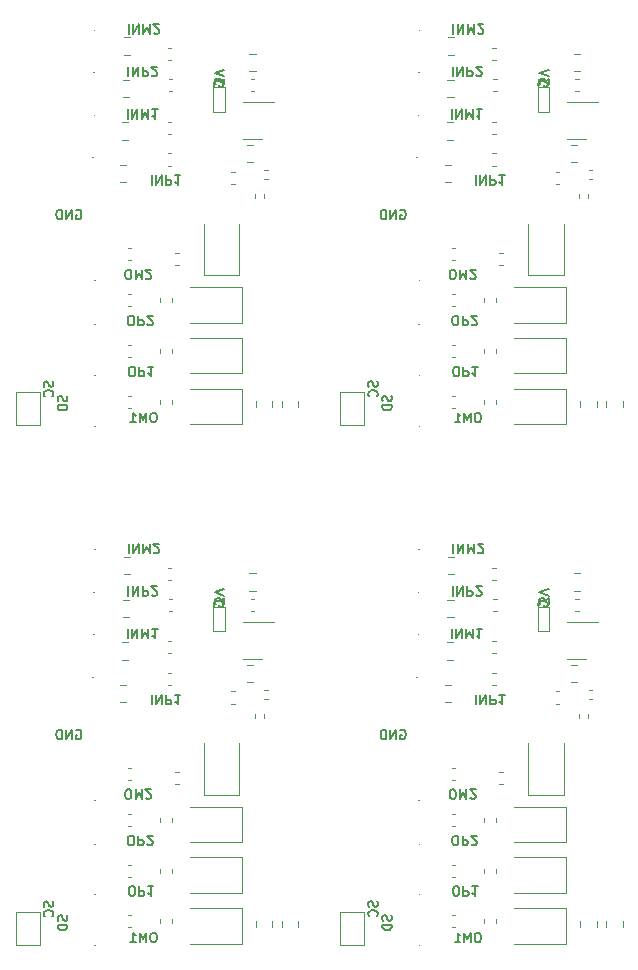
<source format=gbo>
G04 #@! TF.GenerationSoftware,KiCad,Pcbnew,9.0.4*
G04 #@! TF.CreationDate,2025-08-20T19:44:40-04:00*
G04 #@! TF.ProjectId,jlcpcb_4x4,6a6c6370-6362-45f3-9478-342e6b696361,rev?*
G04 #@! TF.SameCoordinates,Original*
G04 #@! TF.FileFunction,Legend,Bot*
G04 #@! TF.FilePolarity,Positive*
%FSLAX46Y46*%
G04 Gerber Fmt 4.6, Leading zero omitted, Abs format (unit mm)*
G04 Created by KiCad (PCBNEW 9.0.4) date 2025-08-20 19:44:40*
%MOMM*%
%LPD*%
G01*
G04 APERTURE LIST*
%ADD10C,0.150000*%
%ADD11C,0.120000*%
%ADD12C,0.100000*%
G04 APERTURE END LIST*
D10*
X25525390Y-13740706D02*
X25487295Y-13664516D01*
X25487295Y-13664516D02*
X25487295Y-13550230D01*
X25487295Y-13550230D02*
X25525390Y-13435944D01*
X25525390Y-13435944D02*
X25601580Y-13359754D01*
X25601580Y-13359754D02*
X25677771Y-13321659D01*
X25677771Y-13321659D02*
X25830152Y-13283563D01*
X25830152Y-13283563D02*
X25944438Y-13283563D01*
X25944438Y-13283563D02*
X26096819Y-13321659D01*
X26096819Y-13321659D02*
X26173009Y-13359754D01*
X26173009Y-13359754D02*
X26249200Y-13435944D01*
X26249200Y-13435944D02*
X26287295Y-13550230D01*
X26287295Y-13550230D02*
X26287295Y-13626421D01*
X26287295Y-13626421D02*
X26249200Y-13740706D01*
X26249200Y-13740706D02*
X26211104Y-13778802D01*
X26211104Y-13778802D02*
X25944438Y-13778802D01*
X25944438Y-13778802D02*
X25944438Y-13626421D01*
X40509200Y-83924291D02*
X40547295Y-84038577D01*
X40547295Y-84038577D02*
X40547295Y-84229053D01*
X40547295Y-84229053D02*
X40509200Y-84305244D01*
X40509200Y-84305244D02*
X40471104Y-84343339D01*
X40471104Y-84343339D02*
X40394914Y-84381434D01*
X40394914Y-84381434D02*
X40318723Y-84381434D01*
X40318723Y-84381434D02*
X40242533Y-84343339D01*
X40242533Y-84343339D02*
X40204438Y-84305244D01*
X40204438Y-84305244D02*
X40166342Y-84229053D01*
X40166342Y-84229053D02*
X40128247Y-84076672D01*
X40128247Y-84076672D02*
X40090152Y-84000482D01*
X40090152Y-84000482D02*
X40052057Y-83962387D01*
X40052057Y-83962387D02*
X39975866Y-83924291D01*
X39975866Y-83924291D02*
X39899676Y-83924291D01*
X39899676Y-83924291D02*
X39823485Y-83962387D01*
X39823485Y-83962387D02*
X39785390Y-84000482D01*
X39785390Y-84000482D02*
X39747295Y-84076672D01*
X39747295Y-84076672D02*
X39747295Y-84267149D01*
X39747295Y-84267149D02*
X39785390Y-84381434D01*
X40547295Y-84724292D02*
X39747295Y-84724292D01*
X39747295Y-84724292D02*
X39747295Y-84914768D01*
X39747295Y-84914768D02*
X39785390Y-85029054D01*
X39785390Y-85029054D02*
X39861580Y-85105244D01*
X39861580Y-85105244D02*
X39937771Y-85143339D01*
X39937771Y-85143339D02*
X40090152Y-85181435D01*
X40090152Y-85181435D02*
X40204438Y-85181435D01*
X40204438Y-85181435D02*
X40356819Y-85143339D01*
X40356819Y-85143339D02*
X40433009Y-85105244D01*
X40433009Y-85105244D02*
X40509200Y-85029054D01*
X40509200Y-85029054D02*
X40547295Y-84914768D01*
X40547295Y-84914768D02*
X40547295Y-84724292D01*
X39309200Y-38724291D02*
X39347295Y-38838577D01*
X39347295Y-38838577D02*
X39347295Y-39029053D01*
X39347295Y-39029053D02*
X39309200Y-39105244D01*
X39309200Y-39105244D02*
X39271104Y-39143339D01*
X39271104Y-39143339D02*
X39194914Y-39181434D01*
X39194914Y-39181434D02*
X39118723Y-39181434D01*
X39118723Y-39181434D02*
X39042533Y-39143339D01*
X39042533Y-39143339D02*
X39004438Y-39105244D01*
X39004438Y-39105244D02*
X38966342Y-39029053D01*
X38966342Y-39029053D02*
X38928247Y-38876672D01*
X38928247Y-38876672D02*
X38890152Y-38800482D01*
X38890152Y-38800482D02*
X38852057Y-38762387D01*
X38852057Y-38762387D02*
X38775866Y-38724291D01*
X38775866Y-38724291D02*
X38699676Y-38724291D01*
X38699676Y-38724291D02*
X38623485Y-38762387D01*
X38623485Y-38762387D02*
X38585390Y-38800482D01*
X38585390Y-38800482D02*
X38547295Y-38876672D01*
X38547295Y-38876672D02*
X38547295Y-39067149D01*
X38547295Y-39067149D02*
X38585390Y-39181434D01*
X39271104Y-39981435D02*
X39309200Y-39943339D01*
X39309200Y-39943339D02*
X39347295Y-39829054D01*
X39347295Y-39829054D02*
X39347295Y-39752863D01*
X39347295Y-39752863D02*
X39309200Y-39638577D01*
X39309200Y-39638577D02*
X39233009Y-39562387D01*
X39233009Y-39562387D02*
X39156819Y-39524292D01*
X39156819Y-39524292D02*
X39004438Y-39486196D01*
X39004438Y-39486196D02*
X38890152Y-39486196D01*
X38890152Y-39486196D02*
X38737771Y-39524292D01*
X38737771Y-39524292D02*
X38661580Y-39562387D01*
X38661580Y-39562387D02*
X38585390Y-39638577D01*
X38585390Y-39638577D02*
X38547295Y-39752863D01*
X38547295Y-39752863D02*
X38547295Y-39829054D01*
X38547295Y-39829054D02*
X38585390Y-39943339D01*
X38585390Y-39943339D02*
X38623485Y-39981435D01*
X18176660Y-15670204D02*
X18176660Y-16470204D01*
X18557612Y-15670204D02*
X18557612Y-16470204D01*
X18557612Y-16470204D02*
X19014755Y-15670204D01*
X19014755Y-15670204D02*
X19014755Y-16470204D01*
X19395707Y-15670204D02*
X19395707Y-16470204D01*
X19395707Y-16470204D02*
X19662373Y-15898776D01*
X19662373Y-15898776D02*
X19929040Y-16470204D01*
X19929040Y-16470204D02*
X19929040Y-15670204D01*
X20729040Y-15670204D02*
X20271897Y-15670204D01*
X20500469Y-15670204D02*
X20500469Y-16470204D01*
X20500469Y-16470204D02*
X20424278Y-16355919D01*
X20424278Y-16355919D02*
X20348088Y-16279728D01*
X20348088Y-16279728D02*
X20271897Y-16241633D01*
X18166541Y-74070204D02*
X18318922Y-74070204D01*
X18318922Y-74070204D02*
X18395112Y-74032109D01*
X18395112Y-74032109D02*
X18471303Y-73955919D01*
X18471303Y-73955919D02*
X18509398Y-73803538D01*
X18509398Y-73803538D02*
X18509398Y-73536871D01*
X18509398Y-73536871D02*
X18471303Y-73384490D01*
X18471303Y-73384490D02*
X18395112Y-73308300D01*
X18395112Y-73308300D02*
X18318922Y-73270204D01*
X18318922Y-73270204D02*
X18166541Y-73270204D01*
X18166541Y-73270204D02*
X18090350Y-73308300D01*
X18090350Y-73308300D02*
X18014160Y-73384490D01*
X18014160Y-73384490D02*
X17976064Y-73536871D01*
X17976064Y-73536871D02*
X17976064Y-73803538D01*
X17976064Y-73803538D02*
X18014160Y-73955919D01*
X18014160Y-73955919D02*
X18090350Y-74032109D01*
X18090350Y-74032109D02*
X18166541Y-74070204D01*
X18852255Y-73270204D02*
X18852255Y-74070204D01*
X18852255Y-74070204D02*
X19118921Y-73498776D01*
X19118921Y-73498776D02*
X19385588Y-74070204D01*
X19385588Y-74070204D02*
X19385588Y-73270204D01*
X19728445Y-73994014D02*
X19766541Y-74032109D01*
X19766541Y-74032109D02*
X19842731Y-74070204D01*
X19842731Y-74070204D02*
X20033207Y-74070204D01*
X20033207Y-74070204D02*
X20109398Y-74032109D01*
X20109398Y-74032109D02*
X20147493Y-73994014D01*
X20147493Y-73994014D02*
X20185588Y-73917823D01*
X20185588Y-73917823D02*
X20185588Y-73841633D01*
X20185588Y-73841633D02*
X20147493Y-73727347D01*
X20147493Y-73727347D02*
X19690350Y-73270204D01*
X19690350Y-73270204D02*
X20185588Y-73270204D01*
X18249160Y-56070204D02*
X18249160Y-56870204D01*
X18630112Y-56070204D02*
X18630112Y-56870204D01*
X18630112Y-56870204D02*
X19087255Y-56070204D01*
X19087255Y-56070204D02*
X19087255Y-56870204D01*
X19468207Y-56070204D02*
X19468207Y-56870204D01*
X19468207Y-56870204D02*
X19772969Y-56870204D01*
X19772969Y-56870204D02*
X19849159Y-56832109D01*
X19849159Y-56832109D02*
X19887254Y-56794014D01*
X19887254Y-56794014D02*
X19925350Y-56717823D01*
X19925350Y-56717823D02*
X19925350Y-56603538D01*
X19925350Y-56603538D02*
X19887254Y-56527347D01*
X19887254Y-56527347D02*
X19849159Y-56489252D01*
X19849159Y-56489252D02*
X19772969Y-56451157D01*
X19772969Y-56451157D02*
X19468207Y-56451157D01*
X20230111Y-56794014D02*
X20268207Y-56832109D01*
X20268207Y-56832109D02*
X20344397Y-56870204D01*
X20344397Y-56870204D02*
X20534873Y-56870204D01*
X20534873Y-56870204D02*
X20611064Y-56832109D01*
X20611064Y-56832109D02*
X20649159Y-56794014D01*
X20649159Y-56794014D02*
X20687254Y-56717823D01*
X20687254Y-56717823D02*
X20687254Y-56641633D01*
X20687254Y-56641633D02*
X20649159Y-56527347D01*
X20649159Y-56527347D02*
X20192016Y-56070204D01*
X20192016Y-56070204D02*
X20687254Y-56070204D01*
X11849200Y-38724291D02*
X11887295Y-38838577D01*
X11887295Y-38838577D02*
X11887295Y-39029053D01*
X11887295Y-39029053D02*
X11849200Y-39105244D01*
X11849200Y-39105244D02*
X11811104Y-39143339D01*
X11811104Y-39143339D02*
X11734914Y-39181434D01*
X11734914Y-39181434D02*
X11658723Y-39181434D01*
X11658723Y-39181434D02*
X11582533Y-39143339D01*
X11582533Y-39143339D02*
X11544438Y-39105244D01*
X11544438Y-39105244D02*
X11506342Y-39029053D01*
X11506342Y-39029053D02*
X11468247Y-38876672D01*
X11468247Y-38876672D02*
X11430152Y-38800482D01*
X11430152Y-38800482D02*
X11392057Y-38762387D01*
X11392057Y-38762387D02*
X11315866Y-38724291D01*
X11315866Y-38724291D02*
X11239676Y-38724291D01*
X11239676Y-38724291D02*
X11163485Y-38762387D01*
X11163485Y-38762387D02*
X11125390Y-38800482D01*
X11125390Y-38800482D02*
X11087295Y-38876672D01*
X11087295Y-38876672D02*
X11087295Y-39067149D01*
X11087295Y-39067149D02*
X11125390Y-39181434D01*
X11811104Y-39981435D02*
X11849200Y-39943339D01*
X11849200Y-39943339D02*
X11887295Y-39829054D01*
X11887295Y-39829054D02*
X11887295Y-39752863D01*
X11887295Y-39752863D02*
X11849200Y-39638577D01*
X11849200Y-39638577D02*
X11773009Y-39562387D01*
X11773009Y-39562387D02*
X11696819Y-39524292D01*
X11696819Y-39524292D02*
X11544438Y-39486196D01*
X11544438Y-39486196D02*
X11430152Y-39486196D01*
X11430152Y-39486196D02*
X11277771Y-39524292D01*
X11277771Y-39524292D02*
X11201580Y-39562387D01*
X11201580Y-39562387D02*
X11125390Y-39638577D01*
X11125390Y-39638577D02*
X11087295Y-39752863D01*
X11087295Y-39752863D02*
X11087295Y-39829054D01*
X11087295Y-39829054D02*
X11125390Y-39943339D01*
X11125390Y-39943339D02*
X11163485Y-39981435D01*
X45926541Y-38270204D02*
X46078922Y-38270204D01*
X46078922Y-38270204D02*
X46155112Y-38232109D01*
X46155112Y-38232109D02*
X46231303Y-38155919D01*
X46231303Y-38155919D02*
X46269398Y-38003538D01*
X46269398Y-38003538D02*
X46269398Y-37736871D01*
X46269398Y-37736871D02*
X46231303Y-37584490D01*
X46231303Y-37584490D02*
X46155112Y-37508300D01*
X46155112Y-37508300D02*
X46078922Y-37470204D01*
X46078922Y-37470204D02*
X45926541Y-37470204D01*
X45926541Y-37470204D02*
X45850350Y-37508300D01*
X45850350Y-37508300D02*
X45774160Y-37584490D01*
X45774160Y-37584490D02*
X45736064Y-37736871D01*
X45736064Y-37736871D02*
X45736064Y-38003538D01*
X45736064Y-38003538D02*
X45774160Y-38155919D01*
X45774160Y-38155919D02*
X45850350Y-38232109D01*
X45850350Y-38232109D02*
X45926541Y-38270204D01*
X46612255Y-37470204D02*
X46612255Y-38270204D01*
X46612255Y-38270204D02*
X46917017Y-38270204D01*
X46917017Y-38270204D02*
X46993207Y-38232109D01*
X46993207Y-38232109D02*
X47031302Y-38194014D01*
X47031302Y-38194014D02*
X47069398Y-38117823D01*
X47069398Y-38117823D02*
X47069398Y-38003538D01*
X47069398Y-38003538D02*
X47031302Y-37927347D01*
X47031302Y-37927347D02*
X46993207Y-37889252D01*
X46993207Y-37889252D02*
X46917017Y-37851157D01*
X46917017Y-37851157D02*
X46612255Y-37851157D01*
X47831302Y-37470204D02*
X47374159Y-37470204D01*
X47602731Y-37470204D02*
X47602731Y-38270204D01*
X47602731Y-38270204D02*
X47526540Y-38155919D01*
X47526540Y-38155919D02*
X47450350Y-38079728D01*
X47450350Y-38079728D02*
X47374159Y-38041633D01*
X39309200Y-82724291D02*
X39347295Y-82838577D01*
X39347295Y-82838577D02*
X39347295Y-83029053D01*
X39347295Y-83029053D02*
X39309200Y-83105244D01*
X39309200Y-83105244D02*
X39271104Y-83143339D01*
X39271104Y-83143339D02*
X39194914Y-83181434D01*
X39194914Y-83181434D02*
X39118723Y-83181434D01*
X39118723Y-83181434D02*
X39042533Y-83143339D01*
X39042533Y-83143339D02*
X39004438Y-83105244D01*
X39004438Y-83105244D02*
X38966342Y-83029053D01*
X38966342Y-83029053D02*
X38928247Y-82876672D01*
X38928247Y-82876672D02*
X38890152Y-82800482D01*
X38890152Y-82800482D02*
X38852057Y-82762387D01*
X38852057Y-82762387D02*
X38775866Y-82724291D01*
X38775866Y-82724291D02*
X38699676Y-82724291D01*
X38699676Y-82724291D02*
X38623485Y-82762387D01*
X38623485Y-82762387D02*
X38585390Y-82800482D01*
X38585390Y-82800482D02*
X38547295Y-82876672D01*
X38547295Y-82876672D02*
X38547295Y-83067149D01*
X38547295Y-83067149D02*
X38585390Y-83181434D01*
X39271104Y-83981435D02*
X39309200Y-83943339D01*
X39309200Y-83943339D02*
X39347295Y-83829054D01*
X39347295Y-83829054D02*
X39347295Y-83752863D01*
X39347295Y-83752863D02*
X39309200Y-83638577D01*
X39309200Y-83638577D02*
X39233009Y-83562387D01*
X39233009Y-83562387D02*
X39156819Y-83524292D01*
X39156819Y-83524292D02*
X39004438Y-83486196D01*
X39004438Y-83486196D02*
X38890152Y-83486196D01*
X38890152Y-83486196D02*
X38737771Y-83524292D01*
X38737771Y-83524292D02*
X38661580Y-83562387D01*
X38661580Y-83562387D02*
X38585390Y-83638577D01*
X38585390Y-83638577D02*
X38547295Y-83752863D01*
X38547295Y-83752863D02*
X38547295Y-83829054D01*
X38547295Y-83829054D02*
X38585390Y-83943339D01*
X38585390Y-83943339D02*
X38623485Y-83981435D01*
X47674160Y-65270204D02*
X47674160Y-66070204D01*
X48055112Y-65270204D02*
X48055112Y-66070204D01*
X48055112Y-66070204D02*
X48512255Y-65270204D01*
X48512255Y-65270204D02*
X48512255Y-66070204D01*
X48893207Y-65270204D02*
X48893207Y-66070204D01*
X48893207Y-66070204D02*
X49197969Y-66070204D01*
X49197969Y-66070204D02*
X49274159Y-66032109D01*
X49274159Y-66032109D02*
X49312254Y-65994014D01*
X49312254Y-65994014D02*
X49350350Y-65917823D01*
X49350350Y-65917823D02*
X49350350Y-65803538D01*
X49350350Y-65803538D02*
X49312254Y-65727347D01*
X49312254Y-65727347D02*
X49274159Y-65689252D01*
X49274159Y-65689252D02*
X49197969Y-65651157D01*
X49197969Y-65651157D02*
X48893207Y-65651157D01*
X50112254Y-65270204D02*
X49655111Y-65270204D01*
X49883683Y-65270204D02*
X49883683Y-66070204D01*
X49883683Y-66070204D02*
X49807492Y-65955919D01*
X49807492Y-65955919D02*
X49731302Y-65879728D01*
X49731302Y-65879728D02*
X49655111Y-65841633D01*
X45626541Y-74070204D02*
X45778922Y-74070204D01*
X45778922Y-74070204D02*
X45855112Y-74032109D01*
X45855112Y-74032109D02*
X45931303Y-73955919D01*
X45931303Y-73955919D02*
X45969398Y-73803538D01*
X45969398Y-73803538D02*
X45969398Y-73536871D01*
X45969398Y-73536871D02*
X45931303Y-73384490D01*
X45931303Y-73384490D02*
X45855112Y-73308300D01*
X45855112Y-73308300D02*
X45778922Y-73270204D01*
X45778922Y-73270204D02*
X45626541Y-73270204D01*
X45626541Y-73270204D02*
X45550350Y-73308300D01*
X45550350Y-73308300D02*
X45474160Y-73384490D01*
X45474160Y-73384490D02*
X45436064Y-73536871D01*
X45436064Y-73536871D02*
X45436064Y-73803538D01*
X45436064Y-73803538D02*
X45474160Y-73955919D01*
X45474160Y-73955919D02*
X45550350Y-74032109D01*
X45550350Y-74032109D02*
X45626541Y-74070204D01*
X46312255Y-73270204D02*
X46312255Y-74070204D01*
X46312255Y-74070204D02*
X46578921Y-73498776D01*
X46578921Y-73498776D02*
X46845588Y-74070204D01*
X46845588Y-74070204D02*
X46845588Y-73270204D01*
X47188445Y-73994014D02*
X47226541Y-74032109D01*
X47226541Y-74032109D02*
X47302731Y-74070204D01*
X47302731Y-74070204D02*
X47493207Y-74070204D01*
X47493207Y-74070204D02*
X47569398Y-74032109D01*
X47569398Y-74032109D02*
X47607493Y-73994014D01*
X47607493Y-73994014D02*
X47645588Y-73917823D01*
X47645588Y-73917823D02*
X47645588Y-73841633D01*
X47645588Y-73841633D02*
X47607493Y-73727347D01*
X47607493Y-73727347D02*
X47150350Y-73270204D01*
X47150350Y-73270204D02*
X47645588Y-73270204D01*
X41276792Y-24232890D02*
X41352982Y-24194795D01*
X41352982Y-24194795D02*
X41467268Y-24194795D01*
X41467268Y-24194795D02*
X41581554Y-24232890D01*
X41581554Y-24232890D02*
X41657744Y-24309080D01*
X41657744Y-24309080D02*
X41695839Y-24385271D01*
X41695839Y-24385271D02*
X41733935Y-24537652D01*
X41733935Y-24537652D02*
X41733935Y-24651938D01*
X41733935Y-24651938D02*
X41695839Y-24804319D01*
X41695839Y-24804319D02*
X41657744Y-24880509D01*
X41657744Y-24880509D02*
X41581554Y-24956700D01*
X41581554Y-24956700D02*
X41467268Y-24994795D01*
X41467268Y-24994795D02*
X41391077Y-24994795D01*
X41391077Y-24994795D02*
X41276792Y-24956700D01*
X41276792Y-24956700D02*
X41238696Y-24918604D01*
X41238696Y-24918604D02*
X41238696Y-24651938D01*
X41238696Y-24651938D02*
X41391077Y-24651938D01*
X40895839Y-24994795D02*
X40895839Y-24194795D01*
X40895839Y-24194795D02*
X40438696Y-24994795D01*
X40438696Y-24994795D02*
X40438696Y-24194795D01*
X40057744Y-24994795D02*
X40057744Y-24194795D01*
X40057744Y-24194795D02*
X39867268Y-24194795D01*
X39867268Y-24194795D02*
X39752982Y-24232890D01*
X39752982Y-24232890D02*
X39676792Y-24309080D01*
X39676792Y-24309080D02*
X39638697Y-24385271D01*
X39638697Y-24385271D02*
X39600601Y-24537652D01*
X39600601Y-24537652D02*
X39600601Y-24651938D01*
X39600601Y-24651938D02*
X39638697Y-24804319D01*
X39638697Y-24804319D02*
X39676792Y-24880509D01*
X39676792Y-24880509D02*
X39752982Y-24956700D01*
X39752982Y-24956700D02*
X39867268Y-24994795D01*
X39867268Y-24994795D02*
X40057744Y-24994795D01*
X18466541Y-82270204D02*
X18618922Y-82270204D01*
X18618922Y-82270204D02*
X18695112Y-82232109D01*
X18695112Y-82232109D02*
X18771303Y-82155919D01*
X18771303Y-82155919D02*
X18809398Y-82003538D01*
X18809398Y-82003538D02*
X18809398Y-81736871D01*
X18809398Y-81736871D02*
X18771303Y-81584490D01*
X18771303Y-81584490D02*
X18695112Y-81508300D01*
X18695112Y-81508300D02*
X18618922Y-81470204D01*
X18618922Y-81470204D02*
X18466541Y-81470204D01*
X18466541Y-81470204D02*
X18390350Y-81508300D01*
X18390350Y-81508300D02*
X18314160Y-81584490D01*
X18314160Y-81584490D02*
X18276064Y-81736871D01*
X18276064Y-81736871D02*
X18276064Y-82003538D01*
X18276064Y-82003538D02*
X18314160Y-82155919D01*
X18314160Y-82155919D02*
X18390350Y-82232109D01*
X18390350Y-82232109D02*
X18466541Y-82270204D01*
X19152255Y-81470204D02*
X19152255Y-82270204D01*
X19152255Y-82270204D02*
X19457017Y-82270204D01*
X19457017Y-82270204D02*
X19533207Y-82232109D01*
X19533207Y-82232109D02*
X19571302Y-82194014D01*
X19571302Y-82194014D02*
X19609398Y-82117823D01*
X19609398Y-82117823D02*
X19609398Y-82003538D01*
X19609398Y-82003538D02*
X19571302Y-81927347D01*
X19571302Y-81927347D02*
X19533207Y-81889252D01*
X19533207Y-81889252D02*
X19457017Y-81851157D01*
X19457017Y-81851157D02*
X19152255Y-81851157D01*
X20371302Y-81470204D02*
X19914159Y-81470204D01*
X20142731Y-81470204D02*
X20142731Y-82270204D01*
X20142731Y-82270204D02*
X20066540Y-82155919D01*
X20066540Y-82155919D02*
X19990350Y-82079728D01*
X19990350Y-82079728D02*
X19914159Y-82041633D01*
X18391541Y-77970204D02*
X18543922Y-77970204D01*
X18543922Y-77970204D02*
X18620112Y-77932109D01*
X18620112Y-77932109D02*
X18696303Y-77855919D01*
X18696303Y-77855919D02*
X18734398Y-77703538D01*
X18734398Y-77703538D02*
X18734398Y-77436871D01*
X18734398Y-77436871D02*
X18696303Y-77284490D01*
X18696303Y-77284490D02*
X18620112Y-77208300D01*
X18620112Y-77208300D02*
X18543922Y-77170204D01*
X18543922Y-77170204D02*
X18391541Y-77170204D01*
X18391541Y-77170204D02*
X18315350Y-77208300D01*
X18315350Y-77208300D02*
X18239160Y-77284490D01*
X18239160Y-77284490D02*
X18201064Y-77436871D01*
X18201064Y-77436871D02*
X18201064Y-77703538D01*
X18201064Y-77703538D02*
X18239160Y-77855919D01*
X18239160Y-77855919D02*
X18315350Y-77932109D01*
X18315350Y-77932109D02*
X18391541Y-77970204D01*
X19077255Y-77170204D02*
X19077255Y-77970204D01*
X19077255Y-77970204D02*
X19382017Y-77970204D01*
X19382017Y-77970204D02*
X19458207Y-77932109D01*
X19458207Y-77932109D02*
X19496302Y-77894014D01*
X19496302Y-77894014D02*
X19534398Y-77817823D01*
X19534398Y-77817823D02*
X19534398Y-77703538D01*
X19534398Y-77703538D02*
X19496302Y-77627347D01*
X19496302Y-77627347D02*
X19458207Y-77589252D01*
X19458207Y-77589252D02*
X19382017Y-77551157D01*
X19382017Y-77551157D02*
X19077255Y-77551157D01*
X19839159Y-77894014D02*
X19877255Y-77932109D01*
X19877255Y-77932109D02*
X19953445Y-77970204D01*
X19953445Y-77970204D02*
X20143921Y-77970204D01*
X20143921Y-77970204D02*
X20220112Y-77932109D01*
X20220112Y-77932109D02*
X20258207Y-77894014D01*
X20258207Y-77894014D02*
X20296302Y-77817823D01*
X20296302Y-77817823D02*
X20296302Y-77741633D01*
X20296302Y-77741633D02*
X20258207Y-77627347D01*
X20258207Y-77627347D02*
X19801064Y-77170204D01*
X19801064Y-77170204D02*
X20296302Y-77170204D01*
X13816792Y-24232890D02*
X13892982Y-24194795D01*
X13892982Y-24194795D02*
X14007268Y-24194795D01*
X14007268Y-24194795D02*
X14121554Y-24232890D01*
X14121554Y-24232890D02*
X14197744Y-24309080D01*
X14197744Y-24309080D02*
X14235839Y-24385271D01*
X14235839Y-24385271D02*
X14273935Y-24537652D01*
X14273935Y-24537652D02*
X14273935Y-24651938D01*
X14273935Y-24651938D02*
X14235839Y-24804319D01*
X14235839Y-24804319D02*
X14197744Y-24880509D01*
X14197744Y-24880509D02*
X14121554Y-24956700D01*
X14121554Y-24956700D02*
X14007268Y-24994795D01*
X14007268Y-24994795D02*
X13931077Y-24994795D01*
X13931077Y-24994795D02*
X13816792Y-24956700D01*
X13816792Y-24956700D02*
X13778696Y-24918604D01*
X13778696Y-24918604D02*
X13778696Y-24651938D01*
X13778696Y-24651938D02*
X13931077Y-24651938D01*
X13435839Y-24994795D02*
X13435839Y-24194795D01*
X13435839Y-24194795D02*
X12978696Y-24994795D01*
X12978696Y-24994795D02*
X12978696Y-24194795D01*
X12597744Y-24994795D02*
X12597744Y-24194795D01*
X12597744Y-24194795D02*
X12407268Y-24194795D01*
X12407268Y-24194795D02*
X12292982Y-24232890D01*
X12292982Y-24232890D02*
X12216792Y-24309080D01*
X12216792Y-24309080D02*
X12178697Y-24385271D01*
X12178697Y-24385271D02*
X12140601Y-24537652D01*
X12140601Y-24537652D02*
X12140601Y-24651938D01*
X12140601Y-24651938D02*
X12178697Y-24804319D01*
X12178697Y-24804319D02*
X12216792Y-24880509D01*
X12216792Y-24880509D02*
X12292982Y-24956700D01*
X12292982Y-24956700D02*
X12407268Y-24994795D01*
X12407268Y-24994795D02*
X12597744Y-24994795D01*
X47674160Y-21270204D02*
X47674160Y-22070204D01*
X48055112Y-21270204D02*
X48055112Y-22070204D01*
X48055112Y-22070204D02*
X48512255Y-21270204D01*
X48512255Y-21270204D02*
X48512255Y-22070204D01*
X48893207Y-21270204D02*
X48893207Y-22070204D01*
X48893207Y-22070204D02*
X49197969Y-22070204D01*
X49197969Y-22070204D02*
X49274159Y-22032109D01*
X49274159Y-22032109D02*
X49312254Y-21994014D01*
X49312254Y-21994014D02*
X49350350Y-21917823D01*
X49350350Y-21917823D02*
X49350350Y-21803538D01*
X49350350Y-21803538D02*
X49312254Y-21727347D01*
X49312254Y-21727347D02*
X49274159Y-21689252D01*
X49274159Y-21689252D02*
X49197969Y-21651157D01*
X49197969Y-21651157D02*
X48893207Y-21651157D01*
X50112254Y-21270204D02*
X49655111Y-21270204D01*
X49883683Y-21270204D02*
X49883683Y-22070204D01*
X49883683Y-22070204D02*
X49807492Y-21955919D01*
X49807492Y-21955919D02*
X49731302Y-21879728D01*
X49731302Y-21879728D02*
X49655111Y-21841633D01*
X20214160Y-21270204D02*
X20214160Y-22070204D01*
X20595112Y-21270204D02*
X20595112Y-22070204D01*
X20595112Y-22070204D02*
X21052255Y-21270204D01*
X21052255Y-21270204D02*
X21052255Y-22070204D01*
X21433207Y-21270204D02*
X21433207Y-22070204D01*
X21433207Y-22070204D02*
X21737969Y-22070204D01*
X21737969Y-22070204D02*
X21814159Y-22032109D01*
X21814159Y-22032109D02*
X21852254Y-21994014D01*
X21852254Y-21994014D02*
X21890350Y-21917823D01*
X21890350Y-21917823D02*
X21890350Y-21803538D01*
X21890350Y-21803538D02*
X21852254Y-21727347D01*
X21852254Y-21727347D02*
X21814159Y-21689252D01*
X21814159Y-21689252D02*
X21737969Y-21651157D01*
X21737969Y-21651157D02*
X21433207Y-21651157D01*
X22652254Y-21270204D02*
X22195111Y-21270204D01*
X22423683Y-21270204D02*
X22423683Y-22070204D01*
X22423683Y-22070204D02*
X22347492Y-21955919D01*
X22347492Y-21955919D02*
X22271302Y-21879728D01*
X22271302Y-21879728D02*
X22195111Y-21841633D01*
X18249160Y-12070204D02*
X18249160Y-12870204D01*
X18630112Y-12070204D02*
X18630112Y-12870204D01*
X18630112Y-12870204D02*
X19087255Y-12070204D01*
X19087255Y-12070204D02*
X19087255Y-12870204D01*
X19468207Y-12070204D02*
X19468207Y-12870204D01*
X19468207Y-12870204D02*
X19772969Y-12870204D01*
X19772969Y-12870204D02*
X19849159Y-12832109D01*
X19849159Y-12832109D02*
X19887254Y-12794014D01*
X19887254Y-12794014D02*
X19925350Y-12717823D01*
X19925350Y-12717823D02*
X19925350Y-12603538D01*
X19925350Y-12603538D02*
X19887254Y-12527347D01*
X19887254Y-12527347D02*
X19849159Y-12489252D01*
X19849159Y-12489252D02*
X19772969Y-12451157D01*
X19772969Y-12451157D02*
X19468207Y-12451157D01*
X20230111Y-12794014D02*
X20268207Y-12832109D01*
X20268207Y-12832109D02*
X20344397Y-12870204D01*
X20344397Y-12870204D02*
X20534873Y-12870204D01*
X20534873Y-12870204D02*
X20611064Y-12832109D01*
X20611064Y-12832109D02*
X20649159Y-12794014D01*
X20649159Y-12794014D02*
X20687254Y-12717823D01*
X20687254Y-12717823D02*
X20687254Y-12641633D01*
X20687254Y-12641633D02*
X20649159Y-12527347D01*
X20649159Y-12527347D02*
X20192016Y-12070204D01*
X20192016Y-12070204D02*
X20687254Y-12070204D01*
X18296660Y-8470204D02*
X18296660Y-9270204D01*
X18677612Y-8470204D02*
X18677612Y-9270204D01*
X18677612Y-9270204D02*
X19134755Y-8470204D01*
X19134755Y-8470204D02*
X19134755Y-9270204D01*
X19515707Y-8470204D02*
X19515707Y-9270204D01*
X19515707Y-9270204D02*
X19782373Y-8698776D01*
X19782373Y-8698776D02*
X20049040Y-9270204D01*
X20049040Y-9270204D02*
X20049040Y-8470204D01*
X20391897Y-9194014D02*
X20429993Y-9232109D01*
X20429993Y-9232109D02*
X20506183Y-9270204D01*
X20506183Y-9270204D02*
X20696659Y-9270204D01*
X20696659Y-9270204D02*
X20772850Y-9232109D01*
X20772850Y-9232109D02*
X20810945Y-9194014D01*
X20810945Y-9194014D02*
X20849040Y-9117823D01*
X20849040Y-9117823D02*
X20849040Y-9041633D01*
X20849040Y-9041633D02*
X20810945Y-8927347D01*
X20810945Y-8927347D02*
X20353802Y-8470204D01*
X20353802Y-8470204D02*
X20849040Y-8470204D01*
X45636660Y-59670204D02*
X45636660Y-60470204D01*
X46017612Y-59670204D02*
X46017612Y-60470204D01*
X46017612Y-60470204D02*
X46474755Y-59670204D01*
X46474755Y-59670204D02*
X46474755Y-60470204D01*
X46855707Y-59670204D02*
X46855707Y-60470204D01*
X46855707Y-60470204D02*
X47122373Y-59898776D01*
X47122373Y-59898776D02*
X47389040Y-60470204D01*
X47389040Y-60470204D02*
X47389040Y-59670204D01*
X48189040Y-59670204D02*
X47731897Y-59670204D01*
X47960469Y-59670204D02*
X47960469Y-60470204D01*
X47960469Y-60470204D02*
X47884278Y-60355919D01*
X47884278Y-60355919D02*
X47808088Y-60279728D01*
X47808088Y-60279728D02*
X47731897Y-60241633D01*
X26372704Y-57569530D02*
X26372704Y-57074292D01*
X26372704Y-57074292D02*
X26067942Y-57340958D01*
X26067942Y-57340958D02*
X26067942Y-57226673D01*
X26067942Y-57226673D02*
X26029847Y-57150482D01*
X26029847Y-57150482D02*
X25991752Y-57112387D01*
X25991752Y-57112387D02*
X25915561Y-57074292D01*
X25915561Y-57074292D02*
X25725085Y-57074292D01*
X25725085Y-57074292D02*
X25648895Y-57112387D01*
X25648895Y-57112387D02*
X25610800Y-57150482D01*
X25610800Y-57150482D02*
X25572704Y-57226673D01*
X25572704Y-57226673D02*
X25572704Y-57455244D01*
X25572704Y-57455244D02*
X25610800Y-57531435D01*
X25610800Y-57531435D02*
X25648895Y-57569530D01*
X26372704Y-56845720D02*
X25572704Y-56579053D01*
X25572704Y-56579053D02*
X26372704Y-56312387D01*
X53832704Y-13569530D02*
X53832704Y-13074292D01*
X53832704Y-13074292D02*
X53527942Y-13340958D01*
X53527942Y-13340958D02*
X53527942Y-13226673D01*
X53527942Y-13226673D02*
X53489847Y-13150482D01*
X53489847Y-13150482D02*
X53451752Y-13112387D01*
X53451752Y-13112387D02*
X53375561Y-13074292D01*
X53375561Y-13074292D02*
X53185085Y-13074292D01*
X53185085Y-13074292D02*
X53108895Y-13112387D01*
X53108895Y-13112387D02*
X53070800Y-13150482D01*
X53070800Y-13150482D02*
X53032704Y-13226673D01*
X53032704Y-13226673D02*
X53032704Y-13455244D01*
X53032704Y-13455244D02*
X53070800Y-13531435D01*
X53070800Y-13531435D02*
X53108895Y-13569530D01*
X53832704Y-12845720D02*
X53032704Y-12579053D01*
X53032704Y-12579053D02*
X53832704Y-12312387D01*
X45709160Y-56070204D02*
X45709160Y-56870204D01*
X46090112Y-56070204D02*
X46090112Y-56870204D01*
X46090112Y-56870204D02*
X46547255Y-56070204D01*
X46547255Y-56070204D02*
X46547255Y-56870204D01*
X46928207Y-56070204D02*
X46928207Y-56870204D01*
X46928207Y-56870204D02*
X47232969Y-56870204D01*
X47232969Y-56870204D02*
X47309159Y-56832109D01*
X47309159Y-56832109D02*
X47347254Y-56794014D01*
X47347254Y-56794014D02*
X47385350Y-56717823D01*
X47385350Y-56717823D02*
X47385350Y-56603538D01*
X47385350Y-56603538D02*
X47347254Y-56527347D01*
X47347254Y-56527347D02*
X47309159Y-56489252D01*
X47309159Y-56489252D02*
X47232969Y-56451157D01*
X47232969Y-56451157D02*
X46928207Y-56451157D01*
X47690111Y-56794014D02*
X47728207Y-56832109D01*
X47728207Y-56832109D02*
X47804397Y-56870204D01*
X47804397Y-56870204D02*
X47994873Y-56870204D01*
X47994873Y-56870204D02*
X48071064Y-56832109D01*
X48071064Y-56832109D02*
X48109159Y-56794014D01*
X48109159Y-56794014D02*
X48147254Y-56717823D01*
X48147254Y-56717823D02*
X48147254Y-56641633D01*
X48147254Y-56641633D02*
X48109159Y-56527347D01*
X48109159Y-56527347D02*
X47652016Y-56070204D01*
X47652016Y-56070204D02*
X48147254Y-56070204D01*
X20445112Y-85394795D02*
X20292731Y-85394795D01*
X20292731Y-85394795D02*
X20216541Y-85432890D01*
X20216541Y-85432890D02*
X20140350Y-85509080D01*
X20140350Y-85509080D02*
X20102255Y-85661461D01*
X20102255Y-85661461D02*
X20102255Y-85928128D01*
X20102255Y-85928128D02*
X20140350Y-86080509D01*
X20140350Y-86080509D02*
X20216541Y-86156700D01*
X20216541Y-86156700D02*
X20292731Y-86194795D01*
X20292731Y-86194795D02*
X20445112Y-86194795D01*
X20445112Y-86194795D02*
X20521303Y-86156700D01*
X20521303Y-86156700D02*
X20597493Y-86080509D01*
X20597493Y-86080509D02*
X20635589Y-85928128D01*
X20635589Y-85928128D02*
X20635589Y-85661461D01*
X20635589Y-85661461D02*
X20597493Y-85509080D01*
X20597493Y-85509080D02*
X20521303Y-85432890D01*
X20521303Y-85432890D02*
X20445112Y-85394795D01*
X19759398Y-86194795D02*
X19759398Y-85394795D01*
X19759398Y-85394795D02*
X19492732Y-85966223D01*
X19492732Y-85966223D02*
X19226065Y-85394795D01*
X19226065Y-85394795D02*
X19226065Y-86194795D01*
X18426065Y-86194795D02*
X18883208Y-86194795D01*
X18654636Y-86194795D02*
X18654636Y-85394795D01*
X18654636Y-85394795D02*
X18730827Y-85509080D01*
X18730827Y-85509080D02*
X18807017Y-85585271D01*
X18807017Y-85585271D02*
X18883208Y-85623366D01*
X45756660Y-52470204D02*
X45756660Y-53270204D01*
X46137612Y-52470204D02*
X46137612Y-53270204D01*
X46137612Y-53270204D02*
X46594755Y-52470204D01*
X46594755Y-52470204D02*
X46594755Y-53270204D01*
X46975707Y-52470204D02*
X46975707Y-53270204D01*
X46975707Y-53270204D02*
X47242373Y-52698776D01*
X47242373Y-52698776D02*
X47509040Y-53270204D01*
X47509040Y-53270204D02*
X47509040Y-52470204D01*
X47851897Y-53194014D02*
X47889993Y-53232109D01*
X47889993Y-53232109D02*
X47966183Y-53270204D01*
X47966183Y-53270204D02*
X48156659Y-53270204D01*
X48156659Y-53270204D02*
X48232850Y-53232109D01*
X48232850Y-53232109D02*
X48270945Y-53194014D01*
X48270945Y-53194014D02*
X48309040Y-53117823D01*
X48309040Y-53117823D02*
X48309040Y-53041633D01*
X48309040Y-53041633D02*
X48270945Y-52927347D01*
X48270945Y-52927347D02*
X47813802Y-52470204D01*
X47813802Y-52470204D02*
X48309040Y-52470204D01*
X18466541Y-38270204D02*
X18618922Y-38270204D01*
X18618922Y-38270204D02*
X18695112Y-38232109D01*
X18695112Y-38232109D02*
X18771303Y-38155919D01*
X18771303Y-38155919D02*
X18809398Y-38003538D01*
X18809398Y-38003538D02*
X18809398Y-37736871D01*
X18809398Y-37736871D02*
X18771303Y-37584490D01*
X18771303Y-37584490D02*
X18695112Y-37508300D01*
X18695112Y-37508300D02*
X18618922Y-37470204D01*
X18618922Y-37470204D02*
X18466541Y-37470204D01*
X18466541Y-37470204D02*
X18390350Y-37508300D01*
X18390350Y-37508300D02*
X18314160Y-37584490D01*
X18314160Y-37584490D02*
X18276064Y-37736871D01*
X18276064Y-37736871D02*
X18276064Y-38003538D01*
X18276064Y-38003538D02*
X18314160Y-38155919D01*
X18314160Y-38155919D02*
X18390350Y-38232109D01*
X18390350Y-38232109D02*
X18466541Y-38270204D01*
X19152255Y-37470204D02*
X19152255Y-38270204D01*
X19152255Y-38270204D02*
X19457017Y-38270204D01*
X19457017Y-38270204D02*
X19533207Y-38232109D01*
X19533207Y-38232109D02*
X19571302Y-38194014D01*
X19571302Y-38194014D02*
X19609398Y-38117823D01*
X19609398Y-38117823D02*
X19609398Y-38003538D01*
X19609398Y-38003538D02*
X19571302Y-37927347D01*
X19571302Y-37927347D02*
X19533207Y-37889252D01*
X19533207Y-37889252D02*
X19457017Y-37851157D01*
X19457017Y-37851157D02*
X19152255Y-37851157D01*
X20371302Y-37470204D02*
X19914159Y-37470204D01*
X20142731Y-37470204D02*
X20142731Y-38270204D01*
X20142731Y-38270204D02*
X20066540Y-38155919D01*
X20066540Y-38155919D02*
X19990350Y-38079728D01*
X19990350Y-38079728D02*
X19914159Y-38041633D01*
X18166541Y-30070204D02*
X18318922Y-30070204D01*
X18318922Y-30070204D02*
X18395112Y-30032109D01*
X18395112Y-30032109D02*
X18471303Y-29955919D01*
X18471303Y-29955919D02*
X18509398Y-29803538D01*
X18509398Y-29803538D02*
X18509398Y-29536871D01*
X18509398Y-29536871D02*
X18471303Y-29384490D01*
X18471303Y-29384490D02*
X18395112Y-29308300D01*
X18395112Y-29308300D02*
X18318922Y-29270204D01*
X18318922Y-29270204D02*
X18166541Y-29270204D01*
X18166541Y-29270204D02*
X18090350Y-29308300D01*
X18090350Y-29308300D02*
X18014160Y-29384490D01*
X18014160Y-29384490D02*
X17976064Y-29536871D01*
X17976064Y-29536871D02*
X17976064Y-29803538D01*
X17976064Y-29803538D02*
X18014160Y-29955919D01*
X18014160Y-29955919D02*
X18090350Y-30032109D01*
X18090350Y-30032109D02*
X18166541Y-30070204D01*
X18852255Y-29270204D02*
X18852255Y-30070204D01*
X18852255Y-30070204D02*
X19118921Y-29498776D01*
X19118921Y-29498776D02*
X19385588Y-30070204D01*
X19385588Y-30070204D02*
X19385588Y-29270204D01*
X19728445Y-29994014D02*
X19766541Y-30032109D01*
X19766541Y-30032109D02*
X19842731Y-30070204D01*
X19842731Y-30070204D02*
X20033207Y-30070204D01*
X20033207Y-30070204D02*
X20109398Y-30032109D01*
X20109398Y-30032109D02*
X20147493Y-29994014D01*
X20147493Y-29994014D02*
X20185588Y-29917823D01*
X20185588Y-29917823D02*
X20185588Y-29841633D01*
X20185588Y-29841633D02*
X20147493Y-29727347D01*
X20147493Y-29727347D02*
X19690350Y-29270204D01*
X19690350Y-29270204D02*
X20185588Y-29270204D01*
X40509200Y-39924291D02*
X40547295Y-40038577D01*
X40547295Y-40038577D02*
X40547295Y-40229053D01*
X40547295Y-40229053D02*
X40509200Y-40305244D01*
X40509200Y-40305244D02*
X40471104Y-40343339D01*
X40471104Y-40343339D02*
X40394914Y-40381434D01*
X40394914Y-40381434D02*
X40318723Y-40381434D01*
X40318723Y-40381434D02*
X40242533Y-40343339D01*
X40242533Y-40343339D02*
X40204438Y-40305244D01*
X40204438Y-40305244D02*
X40166342Y-40229053D01*
X40166342Y-40229053D02*
X40128247Y-40076672D01*
X40128247Y-40076672D02*
X40090152Y-40000482D01*
X40090152Y-40000482D02*
X40052057Y-39962387D01*
X40052057Y-39962387D02*
X39975866Y-39924291D01*
X39975866Y-39924291D02*
X39899676Y-39924291D01*
X39899676Y-39924291D02*
X39823485Y-39962387D01*
X39823485Y-39962387D02*
X39785390Y-40000482D01*
X39785390Y-40000482D02*
X39747295Y-40076672D01*
X39747295Y-40076672D02*
X39747295Y-40267149D01*
X39747295Y-40267149D02*
X39785390Y-40381434D01*
X40547295Y-40724292D02*
X39747295Y-40724292D01*
X39747295Y-40724292D02*
X39747295Y-40914768D01*
X39747295Y-40914768D02*
X39785390Y-41029054D01*
X39785390Y-41029054D02*
X39861580Y-41105244D01*
X39861580Y-41105244D02*
X39937771Y-41143339D01*
X39937771Y-41143339D02*
X40090152Y-41181435D01*
X40090152Y-41181435D02*
X40204438Y-41181435D01*
X40204438Y-41181435D02*
X40356819Y-41143339D01*
X40356819Y-41143339D02*
X40433009Y-41105244D01*
X40433009Y-41105244D02*
X40509200Y-41029054D01*
X40509200Y-41029054D02*
X40547295Y-40914768D01*
X40547295Y-40914768D02*
X40547295Y-40724292D01*
X52985390Y-57740706D02*
X52947295Y-57664516D01*
X52947295Y-57664516D02*
X52947295Y-57550230D01*
X52947295Y-57550230D02*
X52985390Y-57435944D01*
X52985390Y-57435944D02*
X53061580Y-57359754D01*
X53061580Y-57359754D02*
X53137771Y-57321659D01*
X53137771Y-57321659D02*
X53290152Y-57283563D01*
X53290152Y-57283563D02*
X53404438Y-57283563D01*
X53404438Y-57283563D02*
X53556819Y-57321659D01*
X53556819Y-57321659D02*
X53633009Y-57359754D01*
X53633009Y-57359754D02*
X53709200Y-57435944D01*
X53709200Y-57435944D02*
X53747295Y-57550230D01*
X53747295Y-57550230D02*
X53747295Y-57626421D01*
X53747295Y-57626421D02*
X53709200Y-57740706D01*
X53709200Y-57740706D02*
X53671104Y-57778802D01*
X53671104Y-57778802D02*
X53404438Y-57778802D01*
X53404438Y-57778802D02*
X53404438Y-57626421D01*
X13816792Y-68232890D02*
X13892982Y-68194795D01*
X13892982Y-68194795D02*
X14007268Y-68194795D01*
X14007268Y-68194795D02*
X14121554Y-68232890D01*
X14121554Y-68232890D02*
X14197744Y-68309080D01*
X14197744Y-68309080D02*
X14235839Y-68385271D01*
X14235839Y-68385271D02*
X14273935Y-68537652D01*
X14273935Y-68537652D02*
X14273935Y-68651938D01*
X14273935Y-68651938D02*
X14235839Y-68804319D01*
X14235839Y-68804319D02*
X14197744Y-68880509D01*
X14197744Y-68880509D02*
X14121554Y-68956700D01*
X14121554Y-68956700D02*
X14007268Y-68994795D01*
X14007268Y-68994795D02*
X13931077Y-68994795D01*
X13931077Y-68994795D02*
X13816792Y-68956700D01*
X13816792Y-68956700D02*
X13778696Y-68918604D01*
X13778696Y-68918604D02*
X13778696Y-68651938D01*
X13778696Y-68651938D02*
X13931077Y-68651938D01*
X13435839Y-68994795D02*
X13435839Y-68194795D01*
X13435839Y-68194795D02*
X12978696Y-68994795D01*
X12978696Y-68994795D02*
X12978696Y-68194795D01*
X12597744Y-68994795D02*
X12597744Y-68194795D01*
X12597744Y-68194795D02*
X12407268Y-68194795D01*
X12407268Y-68194795D02*
X12292982Y-68232890D01*
X12292982Y-68232890D02*
X12216792Y-68309080D01*
X12216792Y-68309080D02*
X12178697Y-68385271D01*
X12178697Y-68385271D02*
X12140601Y-68537652D01*
X12140601Y-68537652D02*
X12140601Y-68651938D01*
X12140601Y-68651938D02*
X12178697Y-68804319D01*
X12178697Y-68804319D02*
X12216792Y-68880509D01*
X12216792Y-68880509D02*
X12292982Y-68956700D01*
X12292982Y-68956700D02*
X12407268Y-68994795D01*
X12407268Y-68994795D02*
X12597744Y-68994795D01*
X26372704Y-13569530D02*
X26372704Y-13074292D01*
X26372704Y-13074292D02*
X26067942Y-13340958D01*
X26067942Y-13340958D02*
X26067942Y-13226673D01*
X26067942Y-13226673D02*
X26029847Y-13150482D01*
X26029847Y-13150482D02*
X25991752Y-13112387D01*
X25991752Y-13112387D02*
X25915561Y-13074292D01*
X25915561Y-13074292D02*
X25725085Y-13074292D01*
X25725085Y-13074292D02*
X25648895Y-13112387D01*
X25648895Y-13112387D02*
X25610800Y-13150482D01*
X25610800Y-13150482D02*
X25572704Y-13226673D01*
X25572704Y-13226673D02*
X25572704Y-13455244D01*
X25572704Y-13455244D02*
X25610800Y-13531435D01*
X25610800Y-13531435D02*
X25648895Y-13569530D01*
X26372704Y-12845720D02*
X25572704Y-12579053D01*
X25572704Y-12579053D02*
X26372704Y-12312387D01*
X45626541Y-30070204D02*
X45778922Y-30070204D01*
X45778922Y-30070204D02*
X45855112Y-30032109D01*
X45855112Y-30032109D02*
X45931303Y-29955919D01*
X45931303Y-29955919D02*
X45969398Y-29803538D01*
X45969398Y-29803538D02*
X45969398Y-29536871D01*
X45969398Y-29536871D02*
X45931303Y-29384490D01*
X45931303Y-29384490D02*
X45855112Y-29308300D01*
X45855112Y-29308300D02*
X45778922Y-29270204D01*
X45778922Y-29270204D02*
X45626541Y-29270204D01*
X45626541Y-29270204D02*
X45550350Y-29308300D01*
X45550350Y-29308300D02*
X45474160Y-29384490D01*
X45474160Y-29384490D02*
X45436064Y-29536871D01*
X45436064Y-29536871D02*
X45436064Y-29803538D01*
X45436064Y-29803538D02*
X45474160Y-29955919D01*
X45474160Y-29955919D02*
X45550350Y-30032109D01*
X45550350Y-30032109D02*
X45626541Y-30070204D01*
X46312255Y-29270204D02*
X46312255Y-30070204D01*
X46312255Y-30070204D02*
X46578921Y-29498776D01*
X46578921Y-29498776D02*
X46845588Y-30070204D01*
X46845588Y-30070204D02*
X46845588Y-29270204D01*
X47188445Y-29994014D02*
X47226541Y-30032109D01*
X47226541Y-30032109D02*
X47302731Y-30070204D01*
X47302731Y-30070204D02*
X47493207Y-30070204D01*
X47493207Y-30070204D02*
X47569398Y-30032109D01*
X47569398Y-30032109D02*
X47607493Y-29994014D01*
X47607493Y-29994014D02*
X47645588Y-29917823D01*
X47645588Y-29917823D02*
X47645588Y-29841633D01*
X47645588Y-29841633D02*
X47607493Y-29727347D01*
X47607493Y-29727347D02*
X47150350Y-29270204D01*
X47150350Y-29270204D02*
X47645588Y-29270204D01*
X41276792Y-68232890D02*
X41352982Y-68194795D01*
X41352982Y-68194795D02*
X41467268Y-68194795D01*
X41467268Y-68194795D02*
X41581554Y-68232890D01*
X41581554Y-68232890D02*
X41657744Y-68309080D01*
X41657744Y-68309080D02*
X41695839Y-68385271D01*
X41695839Y-68385271D02*
X41733935Y-68537652D01*
X41733935Y-68537652D02*
X41733935Y-68651938D01*
X41733935Y-68651938D02*
X41695839Y-68804319D01*
X41695839Y-68804319D02*
X41657744Y-68880509D01*
X41657744Y-68880509D02*
X41581554Y-68956700D01*
X41581554Y-68956700D02*
X41467268Y-68994795D01*
X41467268Y-68994795D02*
X41391077Y-68994795D01*
X41391077Y-68994795D02*
X41276792Y-68956700D01*
X41276792Y-68956700D02*
X41238696Y-68918604D01*
X41238696Y-68918604D02*
X41238696Y-68651938D01*
X41238696Y-68651938D02*
X41391077Y-68651938D01*
X40895839Y-68994795D02*
X40895839Y-68194795D01*
X40895839Y-68194795D02*
X40438696Y-68994795D01*
X40438696Y-68994795D02*
X40438696Y-68194795D01*
X40057744Y-68994795D02*
X40057744Y-68194795D01*
X40057744Y-68194795D02*
X39867268Y-68194795D01*
X39867268Y-68194795D02*
X39752982Y-68232890D01*
X39752982Y-68232890D02*
X39676792Y-68309080D01*
X39676792Y-68309080D02*
X39638697Y-68385271D01*
X39638697Y-68385271D02*
X39600601Y-68537652D01*
X39600601Y-68537652D02*
X39600601Y-68651938D01*
X39600601Y-68651938D02*
X39638697Y-68804319D01*
X39638697Y-68804319D02*
X39676792Y-68880509D01*
X39676792Y-68880509D02*
X39752982Y-68956700D01*
X39752982Y-68956700D02*
X39867268Y-68994795D01*
X39867268Y-68994795D02*
X40057744Y-68994795D01*
X25525390Y-57740706D02*
X25487295Y-57664516D01*
X25487295Y-57664516D02*
X25487295Y-57550230D01*
X25487295Y-57550230D02*
X25525390Y-57435944D01*
X25525390Y-57435944D02*
X25601580Y-57359754D01*
X25601580Y-57359754D02*
X25677771Y-57321659D01*
X25677771Y-57321659D02*
X25830152Y-57283563D01*
X25830152Y-57283563D02*
X25944438Y-57283563D01*
X25944438Y-57283563D02*
X26096819Y-57321659D01*
X26096819Y-57321659D02*
X26173009Y-57359754D01*
X26173009Y-57359754D02*
X26249200Y-57435944D01*
X26249200Y-57435944D02*
X26287295Y-57550230D01*
X26287295Y-57550230D02*
X26287295Y-57626421D01*
X26287295Y-57626421D02*
X26249200Y-57740706D01*
X26249200Y-57740706D02*
X26211104Y-57778802D01*
X26211104Y-57778802D02*
X25944438Y-57778802D01*
X25944438Y-57778802D02*
X25944438Y-57626421D01*
X18391541Y-33970204D02*
X18543922Y-33970204D01*
X18543922Y-33970204D02*
X18620112Y-33932109D01*
X18620112Y-33932109D02*
X18696303Y-33855919D01*
X18696303Y-33855919D02*
X18734398Y-33703538D01*
X18734398Y-33703538D02*
X18734398Y-33436871D01*
X18734398Y-33436871D02*
X18696303Y-33284490D01*
X18696303Y-33284490D02*
X18620112Y-33208300D01*
X18620112Y-33208300D02*
X18543922Y-33170204D01*
X18543922Y-33170204D02*
X18391541Y-33170204D01*
X18391541Y-33170204D02*
X18315350Y-33208300D01*
X18315350Y-33208300D02*
X18239160Y-33284490D01*
X18239160Y-33284490D02*
X18201064Y-33436871D01*
X18201064Y-33436871D02*
X18201064Y-33703538D01*
X18201064Y-33703538D02*
X18239160Y-33855919D01*
X18239160Y-33855919D02*
X18315350Y-33932109D01*
X18315350Y-33932109D02*
X18391541Y-33970204D01*
X19077255Y-33170204D02*
X19077255Y-33970204D01*
X19077255Y-33970204D02*
X19382017Y-33970204D01*
X19382017Y-33970204D02*
X19458207Y-33932109D01*
X19458207Y-33932109D02*
X19496302Y-33894014D01*
X19496302Y-33894014D02*
X19534398Y-33817823D01*
X19534398Y-33817823D02*
X19534398Y-33703538D01*
X19534398Y-33703538D02*
X19496302Y-33627347D01*
X19496302Y-33627347D02*
X19458207Y-33589252D01*
X19458207Y-33589252D02*
X19382017Y-33551157D01*
X19382017Y-33551157D02*
X19077255Y-33551157D01*
X19839159Y-33894014D02*
X19877255Y-33932109D01*
X19877255Y-33932109D02*
X19953445Y-33970204D01*
X19953445Y-33970204D02*
X20143921Y-33970204D01*
X20143921Y-33970204D02*
X20220112Y-33932109D01*
X20220112Y-33932109D02*
X20258207Y-33894014D01*
X20258207Y-33894014D02*
X20296302Y-33817823D01*
X20296302Y-33817823D02*
X20296302Y-33741633D01*
X20296302Y-33741633D02*
X20258207Y-33627347D01*
X20258207Y-33627347D02*
X19801064Y-33170204D01*
X19801064Y-33170204D02*
X20296302Y-33170204D01*
X45851541Y-33970204D02*
X46003922Y-33970204D01*
X46003922Y-33970204D02*
X46080112Y-33932109D01*
X46080112Y-33932109D02*
X46156303Y-33855919D01*
X46156303Y-33855919D02*
X46194398Y-33703538D01*
X46194398Y-33703538D02*
X46194398Y-33436871D01*
X46194398Y-33436871D02*
X46156303Y-33284490D01*
X46156303Y-33284490D02*
X46080112Y-33208300D01*
X46080112Y-33208300D02*
X46003922Y-33170204D01*
X46003922Y-33170204D02*
X45851541Y-33170204D01*
X45851541Y-33170204D02*
X45775350Y-33208300D01*
X45775350Y-33208300D02*
X45699160Y-33284490D01*
X45699160Y-33284490D02*
X45661064Y-33436871D01*
X45661064Y-33436871D02*
X45661064Y-33703538D01*
X45661064Y-33703538D02*
X45699160Y-33855919D01*
X45699160Y-33855919D02*
X45775350Y-33932109D01*
X45775350Y-33932109D02*
X45851541Y-33970204D01*
X46537255Y-33170204D02*
X46537255Y-33970204D01*
X46537255Y-33970204D02*
X46842017Y-33970204D01*
X46842017Y-33970204D02*
X46918207Y-33932109D01*
X46918207Y-33932109D02*
X46956302Y-33894014D01*
X46956302Y-33894014D02*
X46994398Y-33817823D01*
X46994398Y-33817823D02*
X46994398Y-33703538D01*
X46994398Y-33703538D02*
X46956302Y-33627347D01*
X46956302Y-33627347D02*
X46918207Y-33589252D01*
X46918207Y-33589252D02*
X46842017Y-33551157D01*
X46842017Y-33551157D02*
X46537255Y-33551157D01*
X47299159Y-33894014D02*
X47337255Y-33932109D01*
X47337255Y-33932109D02*
X47413445Y-33970204D01*
X47413445Y-33970204D02*
X47603921Y-33970204D01*
X47603921Y-33970204D02*
X47680112Y-33932109D01*
X47680112Y-33932109D02*
X47718207Y-33894014D01*
X47718207Y-33894014D02*
X47756302Y-33817823D01*
X47756302Y-33817823D02*
X47756302Y-33741633D01*
X47756302Y-33741633D02*
X47718207Y-33627347D01*
X47718207Y-33627347D02*
X47261064Y-33170204D01*
X47261064Y-33170204D02*
X47756302Y-33170204D01*
X45851541Y-77970204D02*
X46003922Y-77970204D01*
X46003922Y-77970204D02*
X46080112Y-77932109D01*
X46080112Y-77932109D02*
X46156303Y-77855919D01*
X46156303Y-77855919D02*
X46194398Y-77703538D01*
X46194398Y-77703538D02*
X46194398Y-77436871D01*
X46194398Y-77436871D02*
X46156303Y-77284490D01*
X46156303Y-77284490D02*
X46080112Y-77208300D01*
X46080112Y-77208300D02*
X46003922Y-77170204D01*
X46003922Y-77170204D02*
X45851541Y-77170204D01*
X45851541Y-77170204D02*
X45775350Y-77208300D01*
X45775350Y-77208300D02*
X45699160Y-77284490D01*
X45699160Y-77284490D02*
X45661064Y-77436871D01*
X45661064Y-77436871D02*
X45661064Y-77703538D01*
X45661064Y-77703538D02*
X45699160Y-77855919D01*
X45699160Y-77855919D02*
X45775350Y-77932109D01*
X45775350Y-77932109D02*
X45851541Y-77970204D01*
X46537255Y-77170204D02*
X46537255Y-77970204D01*
X46537255Y-77970204D02*
X46842017Y-77970204D01*
X46842017Y-77970204D02*
X46918207Y-77932109D01*
X46918207Y-77932109D02*
X46956302Y-77894014D01*
X46956302Y-77894014D02*
X46994398Y-77817823D01*
X46994398Y-77817823D02*
X46994398Y-77703538D01*
X46994398Y-77703538D02*
X46956302Y-77627347D01*
X46956302Y-77627347D02*
X46918207Y-77589252D01*
X46918207Y-77589252D02*
X46842017Y-77551157D01*
X46842017Y-77551157D02*
X46537255Y-77551157D01*
X47299159Y-77894014D02*
X47337255Y-77932109D01*
X47337255Y-77932109D02*
X47413445Y-77970204D01*
X47413445Y-77970204D02*
X47603921Y-77970204D01*
X47603921Y-77970204D02*
X47680112Y-77932109D01*
X47680112Y-77932109D02*
X47718207Y-77894014D01*
X47718207Y-77894014D02*
X47756302Y-77817823D01*
X47756302Y-77817823D02*
X47756302Y-77741633D01*
X47756302Y-77741633D02*
X47718207Y-77627347D01*
X47718207Y-77627347D02*
X47261064Y-77170204D01*
X47261064Y-77170204D02*
X47756302Y-77170204D01*
X18296660Y-52470204D02*
X18296660Y-53270204D01*
X18677612Y-52470204D02*
X18677612Y-53270204D01*
X18677612Y-53270204D02*
X19134755Y-52470204D01*
X19134755Y-52470204D02*
X19134755Y-53270204D01*
X19515707Y-52470204D02*
X19515707Y-53270204D01*
X19515707Y-53270204D02*
X19782373Y-52698776D01*
X19782373Y-52698776D02*
X20049040Y-53270204D01*
X20049040Y-53270204D02*
X20049040Y-52470204D01*
X20391897Y-53194014D02*
X20429993Y-53232109D01*
X20429993Y-53232109D02*
X20506183Y-53270204D01*
X20506183Y-53270204D02*
X20696659Y-53270204D01*
X20696659Y-53270204D02*
X20772850Y-53232109D01*
X20772850Y-53232109D02*
X20810945Y-53194014D01*
X20810945Y-53194014D02*
X20849040Y-53117823D01*
X20849040Y-53117823D02*
X20849040Y-53041633D01*
X20849040Y-53041633D02*
X20810945Y-52927347D01*
X20810945Y-52927347D02*
X20353802Y-52470204D01*
X20353802Y-52470204D02*
X20849040Y-52470204D01*
X13049200Y-83924291D02*
X13087295Y-84038577D01*
X13087295Y-84038577D02*
X13087295Y-84229053D01*
X13087295Y-84229053D02*
X13049200Y-84305244D01*
X13049200Y-84305244D02*
X13011104Y-84343339D01*
X13011104Y-84343339D02*
X12934914Y-84381434D01*
X12934914Y-84381434D02*
X12858723Y-84381434D01*
X12858723Y-84381434D02*
X12782533Y-84343339D01*
X12782533Y-84343339D02*
X12744438Y-84305244D01*
X12744438Y-84305244D02*
X12706342Y-84229053D01*
X12706342Y-84229053D02*
X12668247Y-84076672D01*
X12668247Y-84076672D02*
X12630152Y-84000482D01*
X12630152Y-84000482D02*
X12592057Y-83962387D01*
X12592057Y-83962387D02*
X12515866Y-83924291D01*
X12515866Y-83924291D02*
X12439676Y-83924291D01*
X12439676Y-83924291D02*
X12363485Y-83962387D01*
X12363485Y-83962387D02*
X12325390Y-84000482D01*
X12325390Y-84000482D02*
X12287295Y-84076672D01*
X12287295Y-84076672D02*
X12287295Y-84267149D01*
X12287295Y-84267149D02*
X12325390Y-84381434D01*
X13087295Y-84724292D02*
X12287295Y-84724292D01*
X12287295Y-84724292D02*
X12287295Y-84914768D01*
X12287295Y-84914768D02*
X12325390Y-85029054D01*
X12325390Y-85029054D02*
X12401580Y-85105244D01*
X12401580Y-85105244D02*
X12477771Y-85143339D01*
X12477771Y-85143339D02*
X12630152Y-85181435D01*
X12630152Y-85181435D02*
X12744438Y-85181435D01*
X12744438Y-85181435D02*
X12896819Y-85143339D01*
X12896819Y-85143339D02*
X12973009Y-85105244D01*
X12973009Y-85105244D02*
X13049200Y-85029054D01*
X13049200Y-85029054D02*
X13087295Y-84914768D01*
X13087295Y-84914768D02*
X13087295Y-84724292D01*
X45709160Y-12070204D02*
X45709160Y-12870204D01*
X46090112Y-12070204D02*
X46090112Y-12870204D01*
X46090112Y-12870204D02*
X46547255Y-12070204D01*
X46547255Y-12070204D02*
X46547255Y-12870204D01*
X46928207Y-12070204D02*
X46928207Y-12870204D01*
X46928207Y-12870204D02*
X47232969Y-12870204D01*
X47232969Y-12870204D02*
X47309159Y-12832109D01*
X47309159Y-12832109D02*
X47347254Y-12794014D01*
X47347254Y-12794014D02*
X47385350Y-12717823D01*
X47385350Y-12717823D02*
X47385350Y-12603538D01*
X47385350Y-12603538D02*
X47347254Y-12527347D01*
X47347254Y-12527347D02*
X47309159Y-12489252D01*
X47309159Y-12489252D02*
X47232969Y-12451157D01*
X47232969Y-12451157D02*
X46928207Y-12451157D01*
X47690111Y-12794014D02*
X47728207Y-12832109D01*
X47728207Y-12832109D02*
X47804397Y-12870204D01*
X47804397Y-12870204D02*
X47994873Y-12870204D01*
X47994873Y-12870204D02*
X48071064Y-12832109D01*
X48071064Y-12832109D02*
X48109159Y-12794014D01*
X48109159Y-12794014D02*
X48147254Y-12717823D01*
X48147254Y-12717823D02*
X48147254Y-12641633D01*
X48147254Y-12641633D02*
X48109159Y-12527347D01*
X48109159Y-12527347D02*
X47652016Y-12070204D01*
X47652016Y-12070204D02*
X48147254Y-12070204D01*
X18176660Y-59670204D02*
X18176660Y-60470204D01*
X18557612Y-59670204D02*
X18557612Y-60470204D01*
X18557612Y-60470204D02*
X19014755Y-59670204D01*
X19014755Y-59670204D02*
X19014755Y-60470204D01*
X19395707Y-59670204D02*
X19395707Y-60470204D01*
X19395707Y-60470204D02*
X19662373Y-59898776D01*
X19662373Y-59898776D02*
X19929040Y-60470204D01*
X19929040Y-60470204D02*
X19929040Y-59670204D01*
X20729040Y-59670204D02*
X20271897Y-59670204D01*
X20500469Y-59670204D02*
X20500469Y-60470204D01*
X20500469Y-60470204D02*
X20424278Y-60355919D01*
X20424278Y-60355919D02*
X20348088Y-60279728D01*
X20348088Y-60279728D02*
X20271897Y-60241633D01*
X20214160Y-65270204D02*
X20214160Y-66070204D01*
X20595112Y-65270204D02*
X20595112Y-66070204D01*
X20595112Y-66070204D02*
X21052255Y-65270204D01*
X21052255Y-65270204D02*
X21052255Y-66070204D01*
X21433207Y-65270204D02*
X21433207Y-66070204D01*
X21433207Y-66070204D02*
X21737969Y-66070204D01*
X21737969Y-66070204D02*
X21814159Y-66032109D01*
X21814159Y-66032109D02*
X21852254Y-65994014D01*
X21852254Y-65994014D02*
X21890350Y-65917823D01*
X21890350Y-65917823D02*
X21890350Y-65803538D01*
X21890350Y-65803538D02*
X21852254Y-65727347D01*
X21852254Y-65727347D02*
X21814159Y-65689252D01*
X21814159Y-65689252D02*
X21737969Y-65651157D01*
X21737969Y-65651157D02*
X21433207Y-65651157D01*
X22652254Y-65270204D02*
X22195111Y-65270204D01*
X22423683Y-65270204D02*
X22423683Y-66070204D01*
X22423683Y-66070204D02*
X22347492Y-65955919D01*
X22347492Y-65955919D02*
X22271302Y-65879728D01*
X22271302Y-65879728D02*
X22195111Y-65841633D01*
X20445112Y-41394795D02*
X20292731Y-41394795D01*
X20292731Y-41394795D02*
X20216541Y-41432890D01*
X20216541Y-41432890D02*
X20140350Y-41509080D01*
X20140350Y-41509080D02*
X20102255Y-41661461D01*
X20102255Y-41661461D02*
X20102255Y-41928128D01*
X20102255Y-41928128D02*
X20140350Y-42080509D01*
X20140350Y-42080509D02*
X20216541Y-42156700D01*
X20216541Y-42156700D02*
X20292731Y-42194795D01*
X20292731Y-42194795D02*
X20445112Y-42194795D01*
X20445112Y-42194795D02*
X20521303Y-42156700D01*
X20521303Y-42156700D02*
X20597493Y-42080509D01*
X20597493Y-42080509D02*
X20635589Y-41928128D01*
X20635589Y-41928128D02*
X20635589Y-41661461D01*
X20635589Y-41661461D02*
X20597493Y-41509080D01*
X20597493Y-41509080D02*
X20521303Y-41432890D01*
X20521303Y-41432890D02*
X20445112Y-41394795D01*
X19759398Y-42194795D02*
X19759398Y-41394795D01*
X19759398Y-41394795D02*
X19492732Y-41966223D01*
X19492732Y-41966223D02*
X19226065Y-41394795D01*
X19226065Y-41394795D02*
X19226065Y-42194795D01*
X18426065Y-42194795D02*
X18883208Y-42194795D01*
X18654636Y-42194795D02*
X18654636Y-41394795D01*
X18654636Y-41394795D02*
X18730827Y-41509080D01*
X18730827Y-41509080D02*
X18807017Y-41585271D01*
X18807017Y-41585271D02*
X18883208Y-41623366D01*
X13049200Y-39924291D02*
X13087295Y-40038577D01*
X13087295Y-40038577D02*
X13087295Y-40229053D01*
X13087295Y-40229053D02*
X13049200Y-40305244D01*
X13049200Y-40305244D02*
X13011104Y-40343339D01*
X13011104Y-40343339D02*
X12934914Y-40381434D01*
X12934914Y-40381434D02*
X12858723Y-40381434D01*
X12858723Y-40381434D02*
X12782533Y-40343339D01*
X12782533Y-40343339D02*
X12744438Y-40305244D01*
X12744438Y-40305244D02*
X12706342Y-40229053D01*
X12706342Y-40229053D02*
X12668247Y-40076672D01*
X12668247Y-40076672D02*
X12630152Y-40000482D01*
X12630152Y-40000482D02*
X12592057Y-39962387D01*
X12592057Y-39962387D02*
X12515866Y-39924291D01*
X12515866Y-39924291D02*
X12439676Y-39924291D01*
X12439676Y-39924291D02*
X12363485Y-39962387D01*
X12363485Y-39962387D02*
X12325390Y-40000482D01*
X12325390Y-40000482D02*
X12287295Y-40076672D01*
X12287295Y-40076672D02*
X12287295Y-40267149D01*
X12287295Y-40267149D02*
X12325390Y-40381434D01*
X13087295Y-40724292D02*
X12287295Y-40724292D01*
X12287295Y-40724292D02*
X12287295Y-40914768D01*
X12287295Y-40914768D02*
X12325390Y-41029054D01*
X12325390Y-41029054D02*
X12401580Y-41105244D01*
X12401580Y-41105244D02*
X12477771Y-41143339D01*
X12477771Y-41143339D02*
X12630152Y-41181435D01*
X12630152Y-41181435D02*
X12744438Y-41181435D01*
X12744438Y-41181435D02*
X12896819Y-41143339D01*
X12896819Y-41143339D02*
X12973009Y-41105244D01*
X12973009Y-41105244D02*
X13049200Y-41029054D01*
X13049200Y-41029054D02*
X13087295Y-40914768D01*
X13087295Y-40914768D02*
X13087295Y-40724292D01*
X52985390Y-13740706D02*
X52947295Y-13664516D01*
X52947295Y-13664516D02*
X52947295Y-13550230D01*
X52947295Y-13550230D02*
X52985390Y-13435944D01*
X52985390Y-13435944D02*
X53061580Y-13359754D01*
X53061580Y-13359754D02*
X53137771Y-13321659D01*
X53137771Y-13321659D02*
X53290152Y-13283563D01*
X53290152Y-13283563D02*
X53404438Y-13283563D01*
X53404438Y-13283563D02*
X53556819Y-13321659D01*
X53556819Y-13321659D02*
X53633009Y-13359754D01*
X53633009Y-13359754D02*
X53709200Y-13435944D01*
X53709200Y-13435944D02*
X53747295Y-13550230D01*
X53747295Y-13550230D02*
X53747295Y-13626421D01*
X53747295Y-13626421D02*
X53709200Y-13740706D01*
X53709200Y-13740706D02*
X53671104Y-13778802D01*
X53671104Y-13778802D02*
X53404438Y-13778802D01*
X53404438Y-13778802D02*
X53404438Y-13626421D01*
X53832704Y-57569530D02*
X53832704Y-57074292D01*
X53832704Y-57074292D02*
X53527942Y-57340958D01*
X53527942Y-57340958D02*
X53527942Y-57226673D01*
X53527942Y-57226673D02*
X53489847Y-57150482D01*
X53489847Y-57150482D02*
X53451752Y-57112387D01*
X53451752Y-57112387D02*
X53375561Y-57074292D01*
X53375561Y-57074292D02*
X53185085Y-57074292D01*
X53185085Y-57074292D02*
X53108895Y-57112387D01*
X53108895Y-57112387D02*
X53070800Y-57150482D01*
X53070800Y-57150482D02*
X53032704Y-57226673D01*
X53032704Y-57226673D02*
X53032704Y-57455244D01*
X53032704Y-57455244D02*
X53070800Y-57531435D01*
X53070800Y-57531435D02*
X53108895Y-57569530D01*
X53832704Y-56845720D02*
X53032704Y-56579053D01*
X53032704Y-56579053D02*
X53832704Y-56312387D01*
X45636660Y-15670204D02*
X45636660Y-16470204D01*
X46017612Y-15670204D02*
X46017612Y-16470204D01*
X46017612Y-16470204D02*
X46474755Y-15670204D01*
X46474755Y-15670204D02*
X46474755Y-16470204D01*
X46855707Y-15670204D02*
X46855707Y-16470204D01*
X46855707Y-16470204D02*
X47122373Y-15898776D01*
X47122373Y-15898776D02*
X47389040Y-16470204D01*
X47389040Y-16470204D02*
X47389040Y-15670204D01*
X48189040Y-15670204D02*
X47731897Y-15670204D01*
X47960469Y-15670204D02*
X47960469Y-16470204D01*
X47960469Y-16470204D02*
X47884278Y-16355919D01*
X47884278Y-16355919D02*
X47808088Y-16279728D01*
X47808088Y-16279728D02*
X47731897Y-16241633D01*
X47905112Y-41394795D02*
X47752731Y-41394795D01*
X47752731Y-41394795D02*
X47676541Y-41432890D01*
X47676541Y-41432890D02*
X47600350Y-41509080D01*
X47600350Y-41509080D02*
X47562255Y-41661461D01*
X47562255Y-41661461D02*
X47562255Y-41928128D01*
X47562255Y-41928128D02*
X47600350Y-42080509D01*
X47600350Y-42080509D02*
X47676541Y-42156700D01*
X47676541Y-42156700D02*
X47752731Y-42194795D01*
X47752731Y-42194795D02*
X47905112Y-42194795D01*
X47905112Y-42194795D02*
X47981303Y-42156700D01*
X47981303Y-42156700D02*
X48057493Y-42080509D01*
X48057493Y-42080509D02*
X48095589Y-41928128D01*
X48095589Y-41928128D02*
X48095589Y-41661461D01*
X48095589Y-41661461D02*
X48057493Y-41509080D01*
X48057493Y-41509080D02*
X47981303Y-41432890D01*
X47981303Y-41432890D02*
X47905112Y-41394795D01*
X47219398Y-42194795D02*
X47219398Y-41394795D01*
X47219398Y-41394795D02*
X46952732Y-41966223D01*
X46952732Y-41966223D02*
X46686065Y-41394795D01*
X46686065Y-41394795D02*
X46686065Y-42194795D01*
X45886065Y-42194795D02*
X46343208Y-42194795D01*
X46114636Y-42194795D02*
X46114636Y-41394795D01*
X46114636Y-41394795D02*
X46190827Y-41509080D01*
X46190827Y-41509080D02*
X46267017Y-41585271D01*
X46267017Y-41585271D02*
X46343208Y-41623366D01*
X45926541Y-82270204D02*
X46078922Y-82270204D01*
X46078922Y-82270204D02*
X46155112Y-82232109D01*
X46155112Y-82232109D02*
X46231303Y-82155919D01*
X46231303Y-82155919D02*
X46269398Y-82003538D01*
X46269398Y-82003538D02*
X46269398Y-81736871D01*
X46269398Y-81736871D02*
X46231303Y-81584490D01*
X46231303Y-81584490D02*
X46155112Y-81508300D01*
X46155112Y-81508300D02*
X46078922Y-81470204D01*
X46078922Y-81470204D02*
X45926541Y-81470204D01*
X45926541Y-81470204D02*
X45850350Y-81508300D01*
X45850350Y-81508300D02*
X45774160Y-81584490D01*
X45774160Y-81584490D02*
X45736064Y-81736871D01*
X45736064Y-81736871D02*
X45736064Y-82003538D01*
X45736064Y-82003538D02*
X45774160Y-82155919D01*
X45774160Y-82155919D02*
X45850350Y-82232109D01*
X45850350Y-82232109D02*
X45926541Y-82270204D01*
X46612255Y-81470204D02*
X46612255Y-82270204D01*
X46612255Y-82270204D02*
X46917017Y-82270204D01*
X46917017Y-82270204D02*
X46993207Y-82232109D01*
X46993207Y-82232109D02*
X47031302Y-82194014D01*
X47031302Y-82194014D02*
X47069398Y-82117823D01*
X47069398Y-82117823D02*
X47069398Y-82003538D01*
X47069398Y-82003538D02*
X47031302Y-81927347D01*
X47031302Y-81927347D02*
X46993207Y-81889252D01*
X46993207Y-81889252D02*
X46917017Y-81851157D01*
X46917017Y-81851157D02*
X46612255Y-81851157D01*
X47831302Y-81470204D02*
X47374159Y-81470204D01*
X47602731Y-81470204D02*
X47602731Y-82270204D01*
X47602731Y-82270204D02*
X47526540Y-82155919D01*
X47526540Y-82155919D02*
X47450350Y-82079728D01*
X47450350Y-82079728D02*
X47374159Y-82041633D01*
X47905112Y-85394795D02*
X47752731Y-85394795D01*
X47752731Y-85394795D02*
X47676541Y-85432890D01*
X47676541Y-85432890D02*
X47600350Y-85509080D01*
X47600350Y-85509080D02*
X47562255Y-85661461D01*
X47562255Y-85661461D02*
X47562255Y-85928128D01*
X47562255Y-85928128D02*
X47600350Y-86080509D01*
X47600350Y-86080509D02*
X47676541Y-86156700D01*
X47676541Y-86156700D02*
X47752731Y-86194795D01*
X47752731Y-86194795D02*
X47905112Y-86194795D01*
X47905112Y-86194795D02*
X47981303Y-86156700D01*
X47981303Y-86156700D02*
X48057493Y-86080509D01*
X48057493Y-86080509D02*
X48095589Y-85928128D01*
X48095589Y-85928128D02*
X48095589Y-85661461D01*
X48095589Y-85661461D02*
X48057493Y-85509080D01*
X48057493Y-85509080D02*
X47981303Y-85432890D01*
X47981303Y-85432890D02*
X47905112Y-85394795D01*
X47219398Y-86194795D02*
X47219398Y-85394795D01*
X47219398Y-85394795D02*
X46952732Y-85966223D01*
X46952732Y-85966223D02*
X46686065Y-85394795D01*
X46686065Y-85394795D02*
X46686065Y-86194795D01*
X45886065Y-86194795D02*
X46343208Y-86194795D01*
X46114636Y-86194795D02*
X46114636Y-85394795D01*
X46114636Y-85394795D02*
X46190827Y-85509080D01*
X46190827Y-85509080D02*
X46267017Y-85585271D01*
X46267017Y-85585271D02*
X46343208Y-85623366D01*
X45756660Y-8470204D02*
X45756660Y-9270204D01*
X46137612Y-8470204D02*
X46137612Y-9270204D01*
X46137612Y-9270204D02*
X46594755Y-8470204D01*
X46594755Y-8470204D02*
X46594755Y-9270204D01*
X46975707Y-8470204D02*
X46975707Y-9270204D01*
X46975707Y-9270204D02*
X47242373Y-8698776D01*
X47242373Y-8698776D02*
X47509040Y-9270204D01*
X47509040Y-9270204D02*
X47509040Y-8470204D01*
X47851897Y-9194014D02*
X47889993Y-9232109D01*
X47889993Y-9232109D02*
X47966183Y-9270204D01*
X47966183Y-9270204D02*
X48156659Y-9270204D01*
X48156659Y-9270204D02*
X48232850Y-9232109D01*
X48232850Y-9232109D02*
X48270945Y-9194014D01*
X48270945Y-9194014D02*
X48309040Y-9117823D01*
X48309040Y-9117823D02*
X48309040Y-9041633D01*
X48309040Y-9041633D02*
X48270945Y-8927347D01*
X48270945Y-8927347D02*
X47813802Y-8470204D01*
X47813802Y-8470204D02*
X48309040Y-8470204D01*
X11849200Y-82724291D02*
X11887295Y-82838577D01*
X11887295Y-82838577D02*
X11887295Y-83029053D01*
X11887295Y-83029053D02*
X11849200Y-83105244D01*
X11849200Y-83105244D02*
X11811104Y-83143339D01*
X11811104Y-83143339D02*
X11734914Y-83181434D01*
X11734914Y-83181434D02*
X11658723Y-83181434D01*
X11658723Y-83181434D02*
X11582533Y-83143339D01*
X11582533Y-83143339D02*
X11544438Y-83105244D01*
X11544438Y-83105244D02*
X11506342Y-83029053D01*
X11506342Y-83029053D02*
X11468247Y-82876672D01*
X11468247Y-82876672D02*
X11430152Y-82800482D01*
X11430152Y-82800482D02*
X11392057Y-82762387D01*
X11392057Y-82762387D02*
X11315866Y-82724291D01*
X11315866Y-82724291D02*
X11239676Y-82724291D01*
X11239676Y-82724291D02*
X11163485Y-82762387D01*
X11163485Y-82762387D02*
X11125390Y-82800482D01*
X11125390Y-82800482D02*
X11087295Y-82876672D01*
X11087295Y-82876672D02*
X11087295Y-83067149D01*
X11087295Y-83067149D02*
X11125390Y-83181434D01*
X11811104Y-83981435D02*
X11849200Y-83943339D01*
X11849200Y-83943339D02*
X11887295Y-83829054D01*
X11887295Y-83829054D02*
X11887295Y-83752863D01*
X11887295Y-83752863D02*
X11849200Y-83638577D01*
X11849200Y-83638577D02*
X11773009Y-83562387D01*
X11773009Y-83562387D02*
X11696819Y-83524292D01*
X11696819Y-83524292D02*
X11544438Y-83486196D01*
X11544438Y-83486196D02*
X11430152Y-83486196D01*
X11430152Y-83486196D02*
X11277771Y-83524292D01*
X11277771Y-83524292D02*
X11201580Y-83562387D01*
X11201580Y-83562387D02*
X11125390Y-83638577D01*
X11125390Y-83638577D02*
X11087295Y-83752863D01*
X11087295Y-83752863D02*
X11087295Y-83829054D01*
X11087295Y-83829054D02*
X11125390Y-83943339D01*
X11125390Y-83943339D02*
X11163485Y-83981435D01*
D11*
G04 #@! TO.C,T\u002AC110*
X55723748Y-62697500D02*
X56246252Y-62697500D01*
X55723748Y-64167500D02*
X56246252Y-64167500D01*
D12*
G04 #@! TO.C,D112*
X15457500Y-8967500D02*
G75*
G02*
X15357500Y-8967500I-50000J0D01*
G01*
X15357500Y-8967500D02*
G75*
G02*
X15457500Y-8967500I50000J0D01*
G01*
D11*
G04 #@! TO.C,C113*
X18471267Y-35622500D02*
X18178733Y-35622500D01*
X18471267Y-36642500D02*
X18178733Y-36642500D01*
G04 #@! TO.C,C125*
X49138733Y-13122500D02*
X49431267Y-13122500D01*
X49138733Y-14142500D02*
X49431267Y-14142500D01*
G04 #@! TO.C,R109*
X20915000Y-40261233D02*
X20915000Y-40603767D01*
X21935000Y-40261233D02*
X21935000Y-40603767D01*
D12*
G04 #@! TO.C,D113*
X15410000Y-12567500D02*
G75*
G02*
X15310000Y-12567500I-50000J0D01*
G01*
X15310000Y-12567500D02*
G75*
G02*
X15410000Y-12567500I50000J0D01*
G01*
D11*
G04 #@! TO.C,C123*
X45931267Y-27422500D02*
X45638733Y-27422500D01*
X45931267Y-28442500D02*
X45638733Y-28442500D01*
G04 #@! TO.C,MCLK108*
X36185000Y-39632500D02*
X36185000Y-42432500D01*
X36185000Y-42432500D02*
X38185000Y-42432500D01*
X38185000Y-39632500D02*
X36185000Y-39632500D01*
X38185000Y-42432500D02*
X38185000Y-39632500D01*
G04 #@! TO.C,C114*
X23475000Y-86342500D02*
X27860000Y-86342500D01*
X27860000Y-83322500D02*
X23475000Y-83322500D01*
X27860000Y-86342500D02*
X27860000Y-83322500D01*
G04 #@! TO.C,C117*
X45931267Y-83922500D02*
X45638733Y-83922500D01*
X45931267Y-84942500D02*
X45638733Y-84942500D01*
G04 #@! TO.C,FB110*
X45186248Y-60797500D02*
X45708752Y-60797500D01*
X45186248Y-62267500D02*
X45708752Y-62267500D01*
G04 #@! TO.C,FB109*
X17798748Y-57197500D02*
X18321252Y-57197500D01*
X17798748Y-58667500D02*
X18321252Y-58667500D01*
G04 #@! TO.C,MCLK108*
X8725000Y-83632500D02*
X8725000Y-86432500D01*
X8725000Y-86432500D02*
X10725000Y-86432500D01*
X10725000Y-83632500D02*
X8725000Y-83632500D01*
X10725000Y-86432500D02*
X10725000Y-83632500D01*
G04 #@! TO.C,C126*
X49038733Y-16722500D02*
X49331267Y-16722500D01*
X49038733Y-17742500D02*
X49331267Y-17742500D01*
G04 #@! TO.C,FB109*
X45258748Y-13197500D02*
X45781252Y-13197500D01*
X45258748Y-14667500D02*
X45781252Y-14667500D01*
G04 #@! TO.C,C117*
X18471267Y-83922500D02*
X18178733Y-83922500D01*
X18471267Y-84942500D02*
X18178733Y-84942500D01*
G04 #@! TO.C,FB111*
X17563748Y-20397500D02*
X18086252Y-20397500D01*
X17563748Y-21867500D02*
X18086252Y-21867500D01*
G04 #@! TO.C,T\u002AC109*
X56368767Y-13122500D02*
X56076233Y-13122500D01*
X56368767Y-14142500D02*
X56076233Y-14142500D01*
G04 #@! TO.C,C114*
X23475000Y-42342500D02*
X27860000Y-42342500D01*
X27860000Y-39322500D02*
X23475000Y-39322500D01*
X27860000Y-42342500D02*
X27860000Y-39322500D01*
G04 #@! TO.C,C113*
X18471267Y-79622500D02*
X18178733Y-79622500D01*
X18471267Y-80642500D02*
X18178733Y-80642500D01*
G04 #@! TO.C,C122*
X52075000Y-25357499D02*
X52075000Y-29742499D01*
X52075000Y-29742499D02*
X55095000Y-29742499D01*
X55095000Y-29742499D02*
X55095000Y-25357499D01*
D12*
G04 #@! TO.C,D109*
X15475000Y-86497500D02*
G75*
G02*
X15375000Y-86497500I-50000J0D01*
G01*
X15375000Y-86497500D02*
G75*
G02*
X15475000Y-86497500I50000J0D01*
G01*
D11*
G04 #@! TO.C,T\u002AC109*
X56368767Y-57122500D02*
X56076233Y-57122500D01*
X56368767Y-58142500D02*
X56076233Y-58142500D01*
G04 #@! TO.C,C123*
X18471267Y-27422500D02*
X18178733Y-27422500D01*
X18471267Y-28442500D02*
X18178733Y-28442500D01*
G04 #@! TO.C,MCLK108*
X36185000Y-83632500D02*
X36185000Y-86432500D01*
X36185000Y-86432500D02*
X38185000Y-86432500D01*
X38185000Y-83632500D02*
X36185000Y-83632500D01*
X38185000Y-86432500D02*
X38185000Y-83632500D01*
G04 #@! TO.C,C124*
X21578733Y-10522500D02*
X21871267Y-10522500D01*
X21578733Y-11542500D02*
X21871267Y-11542500D01*
G04 #@! TO.C,T\u002AC110*
X28263748Y-62697500D02*
X28786252Y-62697500D01*
X28263748Y-64167500D02*
X28786252Y-64167500D01*
G04 #@! TO.C,FB110*
X17726248Y-16797500D02*
X18248752Y-16797500D01*
X17726248Y-18267500D02*
X18248752Y-18267500D01*
G04 #@! TO.C,C123*
X45931267Y-71422500D02*
X45638733Y-71422500D01*
X45931267Y-72442500D02*
X45638733Y-72442500D01*
G04 #@! TO.C,C130*
X29015000Y-84371248D02*
X29015000Y-84893752D01*
X30435000Y-84371248D02*
X30435000Y-84893752D01*
G04 #@! TO.C,R111*
X48375000Y-32003767D02*
X48375000Y-31661233D01*
X49395000Y-32003767D02*
X49395000Y-31661233D01*
G04 #@! TO.C,R116*
X22153733Y-27822500D02*
X22496267Y-27822500D01*
X22153733Y-28842500D02*
X22496267Y-28842500D01*
D12*
G04 #@! TO.C,D109*
X15475000Y-42497500D02*
G75*
G02*
X15375000Y-42497500I-50000J0D01*
G01*
X15375000Y-42497500D02*
G75*
G02*
X15475000Y-42497500I50000J0D01*
G01*
D11*
G04 #@! TO.C,C129*
X54426815Y-64972883D02*
X54719349Y-64972883D01*
X54426815Y-65992883D02*
X54719349Y-65992883D01*
D12*
G04 #@! TO.C,D111*
X42935000Y-30197500D02*
G75*
G02*
X42835000Y-30197500I-50000J0D01*
G01*
X42835000Y-30197500D02*
G75*
G02*
X42935000Y-30197500I50000J0D01*
G01*
D11*
G04 #@! TO.C,C124*
X49038733Y-54522500D02*
X49331267Y-54522500D01*
X49038733Y-55542500D02*
X49331267Y-55542500D01*
D12*
G04 #@! TO.C,D115*
X42735000Y-63767500D02*
G75*
G02*
X42635000Y-63767500I-50000J0D01*
G01*
X42635000Y-63767500D02*
G75*
G02*
X42735000Y-63767500I50000J0D01*
G01*
D11*
G04 #@! TO.C,R116*
X22153733Y-71822500D02*
X22496267Y-71822500D01*
X22153733Y-72842500D02*
X22496267Y-72842500D01*
G04 #@! TO.C,C117*
X45931267Y-39922500D02*
X45638733Y-39922500D01*
X45931267Y-40942500D02*
X45638733Y-40942500D01*
G04 #@! TO.C,R128*
X57538641Y-64852500D02*
X57231359Y-64852500D01*
X57538641Y-65612500D02*
X57231359Y-65612500D01*
G04 #@! TO.C,FB108*
X45296248Y-53597500D02*
X45818752Y-53597500D01*
X45296248Y-55067500D02*
X45818752Y-55067500D01*
D12*
G04 #@! TO.C,D114*
X42870000Y-60167500D02*
G75*
G02*
X42770000Y-60167500I-50000J0D01*
G01*
X42770000Y-60167500D02*
G75*
G02*
X42870000Y-60167500I50000J0D01*
G01*
G04 #@! TO.C,D111*
X15475000Y-30197500D02*
G75*
G02*
X15375000Y-30197500I-50000J0D01*
G01*
X15375000Y-30197500D02*
G75*
G02*
X15475000Y-30197500I50000J0D01*
G01*
D11*
G04 #@! TO.C,C127*
X21578733Y-63422500D02*
X21871267Y-63422500D01*
X21578733Y-64442500D02*
X21871267Y-64442500D01*
G04 #@! TO.C,C123*
X18471267Y-71422500D02*
X18178733Y-71422500D01*
X18471267Y-72442500D02*
X18178733Y-72442500D01*
D12*
G04 #@! TO.C,D112*
X15457500Y-52967500D02*
G75*
G02*
X15357500Y-52967500I-50000J0D01*
G01*
X15357500Y-52967500D02*
G75*
G02*
X15457500Y-52967500I50000J0D01*
G01*
G04 #@! TO.C,D115*
X42735000Y-19767500D02*
G75*
G02*
X42635000Y-19767500I-50000J0D01*
G01*
X42635000Y-19767500D02*
G75*
G02*
X42735000Y-19767500I50000J0D01*
G01*
G04 #@! TO.C,D114*
X42870000Y-16167500D02*
G75*
G02*
X42770000Y-16167500I-50000J0D01*
G01*
X42770000Y-16167500D02*
G75*
G02*
X42870000Y-16167500I50000J0D01*
G01*
D11*
G04 #@! TO.C,FB111*
X45023748Y-64397500D02*
X45546252Y-64397500D01*
X45023748Y-65867500D02*
X45546252Y-65867500D01*
G04 #@! TO.C,SCL109*
X28945000Y-22864879D02*
X28945000Y-23200121D01*
X29705000Y-22864879D02*
X29705000Y-23200121D01*
D12*
G04 #@! TO.C,D114*
X15410000Y-60167500D02*
G75*
G02*
X15310000Y-60167500I-50000J0D01*
G01*
X15310000Y-60167500D02*
G75*
G02*
X15410000Y-60167500I50000J0D01*
G01*
D11*
G04 #@! TO.C,R128*
X57538641Y-20852500D02*
X57231359Y-20852500D01*
X57538641Y-21612500D02*
X57231359Y-21612500D01*
G04 #@! TO.C,T\u002AC109*
X28908767Y-13122500D02*
X28616233Y-13122500D01*
X28908767Y-14142500D02*
X28616233Y-14142500D01*
G04 #@! TO.C,R108*
X20915000Y-80303767D02*
X20915000Y-79961233D01*
X21935000Y-80303767D02*
X21935000Y-79961233D01*
G04 #@! TO.C,R111*
X20915000Y-76003767D02*
X20915000Y-75661233D01*
X21935000Y-76003767D02*
X21935000Y-75661233D01*
G04 #@! TO.C,C131*
X58675000Y-40893752D02*
X58675000Y-40371248D01*
X60095000Y-40893752D02*
X60095000Y-40371248D01*
D12*
G04 #@! TO.C,D108*
X42935000Y-82197500D02*
G75*
G02*
X42835000Y-82197500I-50000J0D01*
G01*
X42835000Y-82197500D02*
G75*
G02*
X42935000Y-82197500I50000J0D01*
G01*
G04 #@! TO.C,D110*
X42935000Y-77897500D02*
G75*
G02*
X42835000Y-77897500I-50000J0D01*
G01*
X42835000Y-77897500D02*
G75*
G02*
X42935000Y-77897500I50000J0D01*
G01*
G04 #@! TO.C,3V108*
X26435000Y-59892500D02*
X25435000Y-59892500D01*
X25435000Y-57782500D01*
X26435000Y-57782500D01*
X26435000Y-59892500D01*
X53895000Y-15892500D02*
X52895000Y-15892500D01*
X52895000Y-13782500D01*
X53895000Y-13782500D01*
X53895000Y-15892500D01*
G04 #@! TO.C,D109*
X42935000Y-42497500D02*
G75*
G02*
X42835000Y-42497500I-50000J0D01*
G01*
X42835000Y-42497500D02*
G75*
G02*
X42935000Y-42497500I50000J0D01*
G01*
D11*
G04 #@! TO.C,FB110*
X45186248Y-16797500D02*
X45708752Y-16797500D01*
X45186248Y-18267500D02*
X45708752Y-18267500D01*
G04 #@! TO.C,C114*
X50935000Y-42342500D02*
X55320000Y-42342500D01*
X55320000Y-39322500D02*
X50935000Y-39322500D01*
X55320000Y-42342500D02*
X55320000Y-39322500D01*
G04 #@! TO.C,SCL109*
X56405000Y-66864879D02*
X56405000Y-67200121D01*
X57165000Y-66864879D02*
X57165000Y-67200121D01*
D12*
G04 #@! TO.C,D109*
X42935000Y-86497500D02*
G75*
G02*
X42835000Y-86497500I-50000J0D01*
G01*
X42835000Y-86497500D02*
G75*
G02*
X42935000Y-86497500I50000J0D01*
G01*
G04 #@! TO.C,D113*
X15410000Y-56567500D02*
G75*
G02*
X15310000Y-56567500I-50000J0D01*
G01*
X15310000Y-56567500D02*
G75*
G02*
X15410000Y-56567500I50000J0D01*
G01*
D11*
G04 #@! TO.C,T\u002AC108*
X56483752Y-10963186D02*
X55961248Y-10963186D01*
X56483752Y-12433186D02*
X55961248Y-12433186D01*
G04 #@! TO.C,C129*
X54426815Y-20972883D02*
X54719349Y-20972883D01*
X54426815Y-21992883D02*
X54719349Y-21992883D01*
G04 #@! TO.C,C130*
X56475000Y-40371248D02*
X56475000Y-40893752D01*
X57895000Y-40371248D02*
X57895000Y-40893752D01*
G04 #@! TO.C,C117*
X18471267Y-39922500D02*
X18178733Y-39922500D01*
X18471267Y-40942500D02*
X18178733Y-40942500D01*
G04 #@! TO.C,R108*
X48375000Y-80303767D02*
X48375000Y-79961233D01*
X49395000Y-80303767D02*
X49395000Y-79961233D01*
G04 #@! TO.C,T\u002AC108*
X29023752Y-10963186D02*
X28501248Y-10963186D01*
X29023752Y-12433186D02*
X28501248Y-12433186D01*
G04 #@! TO.C,U109*
X28740000Y-15060686D02*
X27940000Y-15060686D01*
X28740000Y-15060686D02*
X30540000Y-15060686D01*
X28740000Y-18180686D02*
X27940000Y-18180686D01*
X28740000Y-18180686D02*
X29540000Y-18180686D01*
X28740000Y-59060686D02*
X27940000Y-59060686D01*
X28740000Y-59060686D02*
X30540000Y-59060686D01*
X28740000Y-62180686D02*
X27940000Y-62180686D01*
X28740000Y-62180686D02*
X29540000Y-62180686D01*
G04 #@! TO.C,R116*
X49613733Y-71822500D02*
X49956267Y-71822500D01*
X49613733Y-72842500D02*
X49956267Y-72842500D01*
G04 #@! TO.C,FB111*
X45023748Y-20397500D02*
X45546252Y-20397500D01*
X45023748Y-21867500D02*
X45546252Y-21867500D01*
G04 #@! TO.C,T\u002AC108*
X29023752Y-54963186D02*
X28501248Y-54963186D01*
X29023752Y-56433186D02*
X28501248Y-56433186D01*
G04 #@! TO.C,C110*
X50935000Y-38042500D02*
X55320000Y-38042500D01*
X55320000Y-35022500D02*
X50935000Y-35022500D01*
X55320000Y-38042500D02*
X55320000Y-35022500D01*
G04 #@! TO.C,C124*
X49038733Y-10522500D02*
X49331267Y-10522500D01*
X49038733Y-11542500D02*
X49331267Y-11542500D01*
G04 #@! TO.C,C110*
X50935000Y-82042500D02*
X55320000Y-82042500D01*
X55320000Y-79022500D02*
X50935000Y-79022500D01*
X55320000Y-82042500D02*
X55320000Y-79022500D01*
G04 #@! TO.C,C114*
X50935000Y-86342500D02*
X55320000Y-86342500D01*
X55320000Y-83322500D02*
X50935000Y-83322500D01*
X55320000Y-86342500D02*
X55320000Y-83322500D01*
G04 #@! TO.C,C125*
X21678733Y-13122500D02*
X21971267Y-13122500D01*
X21678733Y-14142500D02*
X21971267Y-14142500D01*
G04 #@! TO.C,C127*
X49038733Y-63422500D02*
X49331267Y-63422500D01*
X49038733Y-64442500D02*
X49331267Y-64442500D01*
D12*
G04 #@! TO.C,D112*
X42917500Y-8967500D02*
G75*
G02*
X42817500Y-8967500I-50000J0D01*
G01*
X42817500Y-8967500D02*
G75*
G02*
X42917500Y-8967500I50000J0D01*
G01*
D11*
G04 #@! TO.C,FB108*
X17836248Y-9597500D02*
X18358752Y-9597500D01*
X17836248Y-11067500D02*
X18358752Y-11067500D01*
G04 #@! TO.C,C121*
X18471267Y-31322500D02*
X18178733Y-31322500D01*
X18471267Y-32342500D02*
X18178733Y-32342500D01*
G04 #@! TO.C,3V108*
D12*
X26435000Y-15892500D02*
X25435000Y-15892500D01*
X25435000Y-13782500D01*
X26435000Y-13782500D01*
X26435000Y-15892500D01*
D11*
G04 #@! TO.C,C121*
X18471267Y-75322500D02*
X18178733Y-75322500D01*
X18471267Y-76342500D02*
X18178733Y-76342500D01*
G04 #@! TO.C,C124*
X21578733Y-54522500D02*
X21871267Y-54522500D01*
X21578733Y-55542500D02*
X21871267Y-55542500D01*
G04 #@! TO.C,C131*
X31215000Y-84893752D02*
X31215000Y-84371248D01*
X32635000Y-84893752D02*
X32635000Y-84371248D01*
G04 #@! TO.C,C121*
X45931267Y-31322500D02*
X45638733Y-31322500D01*
X45931267Y-32342500D02*
X45638733Y-32342500D01*
G04 #@! TO.C,C113*
X45931267Y-35622500D02*
X45638733Y-35622500D01*
X45931267Y-36642500D02*
X45638733Y-36642500D01*
G04 #@! TO.C,C125*
X21678733Y-57122500D02*
X21971267Y-57122500D01*
X21678733Y-58142500D02*
X21971267Y-58142500D01*
G04 #@! TO.C,C110*
X23475000Y-82042500D02*
X27860000Y-82042500D01*
X27860000Y-79022500D02*
X23475000Y-79022500D01*
X27860000Y-82042500D02*
X27860000Y-79022500D01*
G04 #@! TO.C,R111*
X48375000Y-76003767D02*
X48375000Y-75661233D01*
X49395000Y-76003767D02*
X49395000Y-75661233D01*
G04 #@! TO.C,R128*
X30078641Y-20852500D02*
X29771359Y-20852500D01*
X30078641Y-21612500D02*
X29771359Y-21612500D01*
G04 #@! TO.C,FB111*
X17563748Y-64397500D02*
X18086252Y-64397500D01*
X17563748Y-65867500D02*
X18086252Y-65867500D01*
D12*
G04 #@! TO.C,D108*
X42935000Y-38197500D02*
G75*
G02*
X42835000Y-38197500I-50000J0D01*
G01*
X42835000Y-38197500D02*
G75*
G02*
X42935000Y-38197500I50000J0D01*
G01*
D11*
G04 #@! TO.C,R108*
X48375000Y-36303767D02*
X48375000Y-35961233D01*
X49395000Y-36303767D02*
X49395000Y-35961233D01*
G04 #@! TO.C,C130*
X29015000Y-40371248D02*
X29015000Y-40893752D01*
X30435000Y-40371248D02*
X30435000Y-40893752D01*
G04 #@! TO.C,C131*
X31215000Y-40893752D02*
X31215000Y-40371248D01*
X32635000Y-40893752D02*
X32635000Y-40371248D01*
G04 #@! TO.C,FB108*
X17836248Y-53597500D02*
X18358752Y-53597500D01*
X17836248Y-55067500D02*
X18358752Y-55067500D01*
G04 #@! TO.C,R109*
X48375000Y-84261233D02*
X48375000Y-84603767D01*
X49395000Y-84261233D02*
X49395000Y-84603767D01*
D12*
G04 #@! TO.C,D113*
X42870000Y-56567500D02*
G75*
G02*
X42770000Y-56567500I-50000J0D01*
G01*
X42770000Y-56567500D02*
G75*
G02*
X42870000Y-56567500I50000J0D01*
G01*
D11*
G04 #@! TO.C,R128*
X30078641Y-64852500D02*
X29771359Y-64852500D01*
X30078641Y-65612500D02*
X29771359Y-65612500D01*
G04 #@! TO.C,FB109*
X17798748Y-13197500D02*
X18321252Y-13197500D01*
X17798748Y-14667500D02*
X18321252Y-14667500D01*
G04 #@! TO.C,FB108*
X45296248Y-9597500D02*
X45818752Y-9597500D01*
X45296248Y-11067500D02*
X45818752Y-11067500D01*
G04 #@! TO.C,C120*
X23475000Y-33742500D02*
X27860000Y-33742500D01*
X27860000Y-30722500D02*
X23475000Y-30722500D01*
X27860000Y-33742500D02*
X27860000Y-30722500D01*
D12*
G04 #@! TO.C,D115*
X15275000Y-63767500D02*
G75*
G02*
X15175000Y-63767500I-50000J0D01*
G01*
X15175000Y-63767500D02*
G75*
G02*
X15275000Y-63767500I50000J0D01*
G01*
D11*
G04 #@! TO.C,R111*
X20915000Y-32003767D02*
X20915000Y-31661233D01*
X21935000Y-32003767D02*
X21935000Y-31661233D01*
G04 #@! TO.C,C122*
X52075000Y-69357499D02*
X52075000Y-73742499D01*
X52075000Y-73742499D02*
X55095000Y-73742499D01*
X55095000Y-73742499D02*
X55095000Y-69357499D01*
D12*
G04 #@! TO.C,D112*
X42917500Y-52967500D02*
G75*
G02*
X42817500Y-52967500I-50000J0D01*
G01*
X42817500Y-52967500D02*
G75*
G02*
X42917500Y-52967500I50000J0D01*
G01*
G04 #@! TO.C,D110*
X15475000Y-77897500D02*
G75*
G02*
X15375000Y-77897500I-50000J0D01*
G01*
X15375000Y-77897500D02*
G75*
G02*
X15475000Y-77897500I50000J0D01*
G01*
D11*
G04 #@! TO.C,C129*
X26966815Y-64972883D02*
X27259349Y-64972883D01*
X26966815Y-65992883D02*
X27259349Y-65992883D01*
D12*
G04 #@! TO.C,D111*
X15475000Y-74197500D02*
G75*
G02*
X15375000Y-74197500I-50000J0D01*
G01*
X15375000Y-74197500D02*
G75*
G02*
X15475000Y-74197500I50000J0D01*
G01*
D11*
G04 #@! TO.C,C125*
X49138733Y-57122500D02*
X49431267Y-57122500D01*
X49138733Y-58142500D02*
X49431267Y-58142500D01*
D12*
G04 #@! TO.C,D110*
X42935000Y-33897500D02*
G75*
G02*
X42835000Y-33897500I-50000J0D01*
G01*
X42835000Y-33897500D02*
G75*
G02*
X42935000Y-33897500I50000J0D01*
G01*
D11*
G04 #@! TO.C,C120*
X23475000Y-77742500D02*
X27860000Y-77742500D01*
X27860000Y-74722500D02*
X23475000Y-74722500D01*
X27860000Y-77742500D02*
X27860000Y-74722500D01*
G04 #@! TO.C,U109*
X56200000Y-15060686D02*
X55400000Y-15060686D01*
X56200000Y-15060686D02*
X58000000Y-15060686D01*
X56200000Y-18180686D02*
X55400000Y-18180686D01*
X56200000Y-18180686D02*
X57000000Y-18180686D01*
G04 #@! TO.C,C126*
X21578733Y-16722500D02*
X21871267Y-16722500D01*
X21578733Y-17742500D02*
X21871267Y-17742500D01*
G04 #@! TO.C,U109*
X56200000Y-59060686D02*
X55400000Y-59060686D01*
X56200000Y-59060686D02*
X58000000Y-59060686D01*
X56200000Y-62180686D02*
X55400000Y-62180686D01*
X56200000Y-62180686D02*
X57000000Y-62180686D01*
G04 #@! TO.C,T\u002AC110*
X28263748Y-18697500D02*
X28786252Y-18697500D01*
X28263748Y-20167500D02*
X28786252Y-20167500D01*
D12*
G04 #@! TO.C,D114*
X15410000Y-16167500D02*
G75*
G02*
X15310000Y-16167500I-50000J0D01*
G01*
X15310000Y-16167500D02*
G75*
G02*
X15410000Y-16167500I50000J0D01*
G01*
G04 #@! TO.C,D108*
X15475000Y-38197500D02*
G75*
G02*
X15375000Y-38197500I-50000J0D01*
G01*
X15375000Y-38197500D02*
G75*
G02*
X15475000Y-38197500I50000J0D01*
G01*
D11*
G04 #@! TO.C,SCL109*
X28945000Y-66864879D02*
X28945000Y-67200121D01*
X29705000Y-66864879D02*
X29705000Y-67200121D01*
D12*
G04 #@! TO.C,D115*
X15275000Y-19767500D02*
G75*
G02*
X15175000Y-19767500I-50000J0D01*
G01*
X15175000Y-19767500D02*
G75*
G02*
X15275000Y-19767500I50000J0D01*
G01*
D11*
G04 #@! TO.C,C120*
X50935000Y-77742500D02*
X55320000Y-77742500D01*
X55320000Y-74722500D02*
X50935000Y-74722500D01*
X55320000Y-77742500D02*
X55320000Y-74722500D01*
G04 #@! TO.C,T\u002AC108*
X56483752Y-54963186D02*
X55961248Y-54963186D01*
X56483752Y-56433186D02*
X55961248Y-56433186D01*
G04 #@! TO.C,C127*
X21578733Y-19422500D02*
X21871267Y-19422500D01*
X21578733Y-20442500D02*
X21871267Y-20442500D01*
D12*
G04 #@! TO.C,D113*
X42870000Y-12567500D02*
G75*
G02*
X42770000Y-12567500I-50000J0D01*
G01*
X42770000Y-12567500D02*
G75*
G02*
X42870000Y-12567500I50000J0D01*
G01*
D11*
G04 #@! TO.C,C122*
X24615000Y-25357499D02*
X24615000Y-29742499D01*
X24615000Y-29742499D02*
X27635000Y-29742499D01*
X27635000Y-29742499D02*
X27635000Y-25357499D01*
G04 #@! TO.C,C127*
X49038733Y-19422500D02*
X49331267Y-19422500D01*
X49038733Y-20442500D02*
X49331267Y-20442500D01*
G04 #@! TO.C,T\u002AC109*
X28908767Y-57122500D02*
X28616233Y-57122500D01*
X28908767Y-58142500D02*
X28616233Y-58142500D01*
G04 #@! TO.C,3V108*
D12*
X53895000Y-59892500D02*
X52895000Y-59892500D01*
X52895000Y-57782500D01*
X53895000Y-57782500D01*
X53895000Y-59892500D01*
G04 #@! TO.C,D110*
X15475000Y-33897500D02*
G75*
G02*
X15375000Y-33897500I-50000J0D01*
G01*
X15375000Y-33897500D02*
G75*
G02*
X15475000Y-33897500I50000J0D01*
G01*
D11*
G04 #@! TO.C,C122*
X24615000Y-69357499D02*
X24615000Y-73742499D01*
X24615000Y-73742499D02*
X27635000Y-73742499D01*
X27635000Y-73742499D02*
X27635000Y-69357499D01*
G04 #@! TO.C,R109*
X48375000Y-40261233D02*
X48375000Y-40603767D01*
X49395000Y-40261233D02*
X49395000Y-40603767D01*
D12*
G04 #@! TO.C,D111*
X42935000Y-74197500D02*
G75*
G02*
X42835000Y-74197500I-50000J0D01*
G01*
X42835000Y-74197500D02*
G75*
G02*
X42935000Y-74197500I50000J0D01*
G01*
D11*
G04 #@! TO.C,C131*
X58675000Y-84893752D02*
X58675000Y-84371248D01*
X60095000Y-84893752D02*
X60095000Y-84371248D01*
G04 #@! TO.C,C121*
X45931267Y-75322500D02*
X45638733Y-75322500D01*
X45931267Y-76342500D02*
X45638733Y-76342500D01*
G04 #@! TO.C,T\u002AC110*
X55723748Y-18697500D02*
X56246252Y-18697500D01*
X55723748Y-20167500D02*
X56246252Y-20167500D01*
G04 #@! TO.C,FB109*
X45258748Y-57197500D02*
X45781252Y-57197500D01*
X45258748Y-58667500D02*
X45781252Y-58667500D01*
G04 #@! TO.C,C129*
X26966815Y-20972883D02*
X27259349Y-20972883D01*
X26966815Y-21992883D02*
X27259349Y-21992883D01*
G04 #@! TO.C,C110*
X23475000Y-38042500D02*
X27860000Y-38042500D01*
X27860000Y-35022500D02*
X23475000Y-35022500D01*
X27860000Y-38042500D02*
X27860000Y-35022500D01*
G04 #@! TO.C,SCL109*
X56405000Y-22864879D02*
X56405000Y-23200121D01*
X57165000Y-22864879D02*
X57165000Y-23200121D01*
G04 #@! TO.C,C126*
X21578733Y-60722500D02*
X21871267Y-60722500D01*
X21578733Y-61742500D02*
X21871267Y-61742500D01*
G04 #@! TO.C,FB110*
X17726248Y-60797500D02*
X18248752Y-60797500D01*
X17726248Y-62267500D02*
X18248752Y-62267500D01*
G04 #@! TO.C,C113*
X45931267Y-79622500D02*
X45638733Y-79622500D01*
X45931267Y-80642500D02*
X45638733Y-80642500D01*
G04 #@! TO.C,R116*
X49613733Y-27822500D02*
X49956267Y-27822500D01*
X49613733Y-28842500D02*
X49956267Y-28842500D01*
G04 #@! TO.C,C120*
X50935000Y-33742500D02*
X55320000Y-33742500D01*
X55320000Y-30722500D02*
X50935000Y-30722500D01*
X55320000Y-33742500D02*
X55320000Y-30722500D01*
G04 #@! TO.C,MCLK108*
X8725000Y-39632500D02*
X8725000Y-42432500D01*
X8725000Y-42432500D02*
X10725000Y-42432500D01*
X10725000Y-39632500D02*
X8725000Y-39632500D01*
X10725000Y-42432500D02*
X10725000Y-39632500D01*
G04 #@! TO.C,R108*
X20915000Y-36303767D02*
X20915000Y-35961233D01*
X21935000Y-36303767D02*
X21935000Y-35961233D01*
G04 #@! TO.C,C126*
X49038733Y-60722500D02*
X49331267Y-60722500D01*
X49038733Y-61742500D02*
X49331267Y-61742500D01*
G04 #@! TO.C,R109*
X20915000Y-84261233D02*
X20915000Y-84603767D01*
X21935000Y-84261233D02*
X21935000Y-84603767D01*
D12*
G04 #@! TO.C,D108*
X15475000Y-82197500D02*
G75*
G02*
X15375000Y-82197500I-50000J0D01*
G01*
X15375000Y-82197500D02*
G75*
G02*
X15475000Y-82197500I50000J0D01*
G01*
D11*
G04 #@! TO.C,C130*
X56475000Y-84371248D02*
X56475000Y-84893752D01*
X57895000Y-84371248D02*
X57895000Y-84893752D01*
G04 #@! TD*
M02*

</source>
